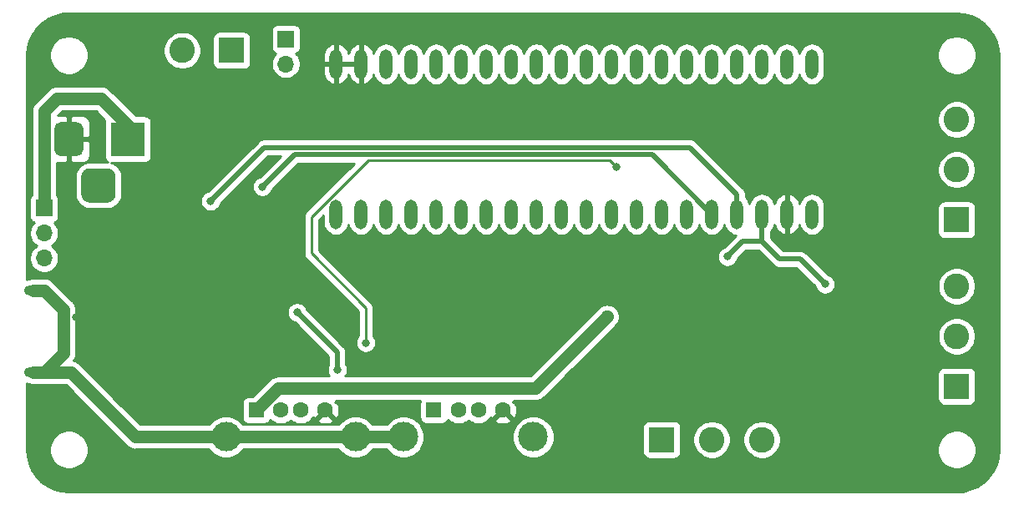
<source format=gbr>
%TF.GenerationSoftware,KiCad,Pcbnew,5.1.6*%
%TF.CreationDate,2020-09-20T16:59:45+02:00*%
%TF.ProjectId,usb_switcher,7573625f-7377-4697-9463-6865722e6b69,rev?*%
%TF.SameCoordinates,Original*%
%TF.FileFunction,Copper,L2,Bot*%
%TF.FilePolarity,Positive*%
%FSLAX46Y46*%
G04 Gerber Fmt 4.6, Leading zero omitted, Abs format (unit mm)*
G04 Created by KiCad (PCBNEW 5.1.6) date 2020-09-20 16:59:45*
%MOMM*%
%LPD*%
G01*
G04 APERTURE LIST*
%TA.AperFunction,ComponentPad*%
%ADD10O,1.250000X1.050000*%
%TD*%
%TA.AperFunction,ComponentPad*%
%ADD11O,1.900000X1.000000*%
%TD*%
%TA.AperFunction,ComponentPad*%
%ADD12O,1.300000X3.000000*%
%TD*%
%TA.AperFunction,ComponentPad*%
%ADD13C,3.000000*%
%TD*%
%TA.AperFunction,ComponentPad*%
%ADD14R,1.600000X1.500000*%
%TD*%
%TA.AperFunction,ComponentPad*%
%ADD15C,1.600000*%
%TD*%
%TA.AperFunction,ComponentPad*%
%ADD16R,1.700000X1.700000*%
%TD*%
%TA.AperFunction,ComponentPad*%
%ADD17O,1.700000X1.700000*%
%TD*%
%TA.AperFunction,ComponentPad*%
%ADD18R,3.500000X3.500000*%
%TD*%
%TA.AperFunction,ComponentPad*%
%ADD19R,2.600000X2.600000*%
%TD*%
%TA.AperFunction,ComponentPad*%
%ADD20C,2.600000*%
%TD*%
%TA.AperFunction,ViaPad*%
%ADD21C,0.800000*%
%TD*%
%TA.AperFunction,ViaPad*%
%ADD22C,1.270000*%
%TD*%
%TA.AperFunction,Conductor*%
%ADD23C,0.508000*%
%TD*%
%TA.AperFunction,Conductor*%
%ADD24C,1.270000*%
%TD*%
%TA.AperFunction,Conductor*%
%ADD25C,0.254000*%
%TD*%
G04 APERTURE END LIST*
D10*
%TO.P,J1,6*%
%TO.N,GNDS*%
X104447800Y-80775000D03*
X104447800Y-85225000D03*
D11*
X101447800Y-78825000D03*
X101447800Y-87175000D03*
%TD*%
D12*
%TO.P,U2,20*%
%TO.N,Net-(U2-Pad20)*%
X180340000Y-71120000D03*
%TO.P,U2,21*%
%TO.N,Net-(U2-Pad21)*%
X180340000Y-55880000D03*
%TO.P,U2,19*%
%TO.N,GND*%
X177800000Y-71120000D03*
%TO.P,U2,22*%
%TO.N,Net-(U2-Pad22)*%
X177800000Y-55880000D03*
%TO.P,U2,18*%
%TO.N,+5V*%
X175260000Y-71120000D03*
%TO.P,U2,23*%
%TO.N,Net-(U2-Pad23)*%
X175260000Y-55872380D03*
%TO.P,U2,17*%
%TO.N,Net-(U2-Pad17)*%
X172720000Y-71120000D03*
%TO.P,U2,24*%
%TO.N,Net-(U2-Pad24)*%
X172720000Y-55880000D03*
%TO.P,U2,16*%
%TO.N,Net-(U2-Pad16)*%
X170180000Y-71120000D03*
%TO.P,U2,25*%
%TO.N,/USB_RELAY*%
X170180000Y-55880000D03*
%TO.P,U2,15*%
%TO.N,Net-(U2-Pad15)*%
X167640000Y-71120000D03*
%TO.P,U2,26*%
%TO.N,/GP_RELAY*%
X167640000Y-55880000D03*
%TO.P,U2,14*%
%TO.N,Net-(U2-Pad14)*%
X165100000Y-71120000D03*
%TO.P,U2,27*%
%TO.N,/^OE*%
X165100000Y-55880000D03*
%TO.P,U2,13*%
%TO.N,Net-(U2-Pad13)*%
X162560000Y-71112380D03*
%TO.P,U2,28*%
%TO.N,/S*%
X162560000Y-55880000D03*
%TO.P,U2,12*%
%TO.N,Net-(U2-Pad12)*%
X160020000Y-71120000D03*
%TO.P,U2,29*%
%TO.N,Net-(U2-Pad29)*%
X160020000Y-55880000D03*
%TO.P,U2,11*%
%TO.N,Net-(U2-Pad11)*%
X157480000Y-71120000D03*
%TO.P,U2,30*%
%TO.N,Net-(U2-Pad30)*%
X157480000Y-55880000D03*
%TO.P,U2,10*%
%TO.N,Net-(U2-Pad10)*%
X154940000Y-71120000D03*
%TO.P,U2,31*%
%TO.N,Net-(U2-Pad31)*%
X154940000Y-55880000D03*
%TO.P,U2,9*%
%TO.N,Net-(U2-Pad9)*%
X152400000Y-71120000D03*
%TO.P,U2,32*%
%TO.N,Net-(U2-Pad32)*%
X152400000Y-55872380D03*
%TO.P,U2,8*%
%TO.N,Net-(U2-Pad8)*%
X149860000Y-71120000D03*
%TO.P,U2,33*%
%TO.N,Net-(U2-Pad33)*%
X149860000Y-55880000D03*
%TO.P,U2,7*%
%TO.N,Net-(U2-Pad7)*%
X147320000Y-71120000D03*
%TO.P,U2,34*%
%TO.N,Net-(U2-Pad34)*%
X147320000Y-55880000D03*
%TO.P,U2,6*%
%TO.N,Net-(U2-Pad6)*%
X144780000Y-71120000D03*
%TO.P,U2,35*%
%TO.N,Net-(U2-Pad35)*%
X144780000Y-55880000D03*
%TO.P,U2,5*%
%TO.N,Net-(U2-Pad5)*%
X142240000Y-71120000D03*
%TO.P,U2,36*%
%TO.N,Net-(U2-Pad36)*%
X142240000Y-55880000D03*
%TO.P,U2,4*%
%TO.N,Net-(U2-Pad4)*%
X139700000Y-71120000D03*
%TO.P,U2,37*%
%TO.N,Net-(U2-Pad37)*%
X139700000Y-55880000D03*
%TO.P,U2,3*%
%TO.N,Net-(U2-Pad3)*%
X137160000Y-71112380D03*
%TO.P,U2,38*%
%TO.N,Net-(U2-Pad38)*%
X137160000Y-55880000D03*
%TO.P,U2,2*%
%TO.N,Net-(U2-Pad2)*%
X134620000Y-71120000D03*
%TO.P,U2,39*%
%TO.N,GND*%
X134620000Y-55872380D03*
%TO.P,U2,1*%
%TO.N,Net-(U2-Pad1)*%
X132080000Y-71120000D03*
%TO.P,U2,40*%
%TO.N,GND*%
X132080000Y-55872380D03*
%TD*%
D13*
%TO.P,J2,5*%
%TO.N,GNDS*%
X120930000Y-93710000D03*
X134070000Y-93710000D03*
D14*
%TO.P,J2,1*%
%TO.N,/VBUS_A*%
X124000000Y-91000000D03*
D15*
%TO.P,J2,2*%
%TO.N,/1D-*%
X126500000Y-91000000D03*
%TO.P,J2,3*%
%TO.N,/1D+*%
X128500000Y-91000000D03*
%TO.P,J2,4*%
%TO.N,GND*%
X131000000Y-91000000D03*
%TD*%
%TO.P,J3,4*%
%TO.N,GND*%
X149000000Y-91000000D03*
%TO.P,J3,3*%
%TO.N,/2D+*%
X146500000Y-91000000D03*
%TO.P,J3,2*%
%TO.N,/2D-*%
X144500000Y-91000000D03*
D14*
%TO.P,J3,1*%
%TO.N,/VBUS_B*%
X142000000Y-91000000D03*
D13*
%TO.P,J3,5*%
%TO.N,GNDS*%
X152070000Y-93710000D03*
X138930000Y-93710000D03*
%TD*%
D16*
%TO.P,J4,1*%
%TO.N,Net-(J4-Pad1)*%
X102500000Y-70500000D03*
D17*
%TO.P,J4,2*%
%TO.N,Net-(F1-Pad1)*%
X102500000Y-73040000D03*
%TO.P,J4,3*%
%TO.N,/VBUS_IN*%
X102500000Y-75580000D03*
%TD*%
D18*
%TO.P,J5,1*%
%TO.N,Net-(J4-Pad1)*%
X111000000Y-63500000D03*
%TO.P,J5,2*%
%TO.N,GND*%
%TA.AperFunction,ComponentPad*%
G36*
G01*
X103500000Y-64500000D02*
X103500000Y-62500000D01*
G75*
G02*
X104250000Y-61750000I750000J0D01*
G01*
X105750000Y-61750000D01*
G75*
G02*
X106500000Y-62500000I0J-750000D01*
G01*
X106500000Y-64500000D01*
G75*
G02*
X105750000Y-65250000I-750000J0D01*
G01*
X104250000Y-65250000D01*
G75*
G02*
X103500000Y-64500000I0J750000D01*
G01*
G37*
%TD.AperFunction*%
%TO.P,J5,3*%
%TO.N,N/C*%
%TA.AperFunction,ComponentPad*%
G36*
G01*
X106250000Y-69075000D02*
X106250000Y-67325000D01*
G75*
G02*
X107125000Y-66450000I875000J0D01*
G01*
X108875000Y-66450000D01*
G75*
G02*
X109750000Y-67325000I0J-875000D01*
G01*
X109750000Y-69075000D01*
G75*
G02*
X108875000Y-69950000I-875000J0D01*
G01*
X107125000Y-69950000D01*
G75*
G02*
X106250000Y-69075000I0J875000D01*
G01*
G37*
%TD.AperFunction*%
%TD*%
D19*
%TO.P,J6,1*%
%TO.N,Net-(J6-Pad1)*%
X165100000Y-93980000D03*
D20*
%TO.P,J6,2*%
%TO.N,Net-(J6-Pad2)*%
X170180000Y-93980000D03*
%TO.P,J6,3*%
%TO.N,Net-(J6-Pad3)*%
X175260000Y-93980000D03*
%TD*%
D16*
%TO.P,J7,1*%
%TO.N,Net-(J10-Pad2)*%
X127000000Y-53340000D03*
D17*
%TO.P,J7,2*%
%TO.N,Net-(J7-Pad2)*%
X127000000Y-55880000D03*
%TD*%
D19*
%TO.P,J8,1*%
%TO.N,Net-(J8-Pad1)*%
X195000000Y-88570000D03*
D20*
%TO.P,J8,2*%
%TO.N,Net-(J8-Pad2)*%
X195000000Y-83490000D03*
%TO.P,J8,3*%
%TO.N,Net-(J8-Pad3)*%
X195000000Y-78410000D03*
%TD*%
%TO.P,J9,3*%
%TO.N,Net-(J9-Pad3)*%
X194996000Y-61519000D03*
%TO.P,J9,2*%
%TO.N,Net-(J9-Pad2)*%
X194996000Y-66599000D03*
D19*
%TO.P,J9,1*%
%TO.N,Net-(J9-Pad1)*%
X194996000Y-71679000D03*
%TD*%
%TO.P,J10,1*%
%TO.N,Net-(J10-Pad1)*%
X121500000Y-54500000D03*
D20*
%TO.P,J10,2*%
%TO.N,Net-(J10-Pad2)*%
X116500000Y-54500000D03*
%TD*%
D21*
%TO.N,+5V*%
X171751976Y-75412800D03*
X181661000Y-78206800D03*
%TO.N,GND*%
X105715000Y-81585000D03*
X115875000Y-91745000D03*
X138735000Y-86665000D03*
X116281400Y-62204800D03*
X120193000Y-65735400D03*
X170053200Y-80569000D03*
X149050000Y-80266800D03*
X125375400Y-73405400D03*
X111240800Y-81799600D03*
X111240800Y-80910600D03*
%TO.N,+3V3*%
X128143200Y-81077000D03*
X132209036Y-86899532D03*
D22*
%TO.N,/VBUS_A*%
X159563000Y-81508800D03*
D21*
%TO.N,/S*%
X135102800Y-84150400D03*
X160477400Y-66294200D03*
%TO.N,Net-(U2-Pad17)*%
X119380200Y-69774000D03*
%TO.N,Net-(U2-Pad16)*%
X124612600Y-68326200D03*
%TD*%
D23*
%TO.N,+5V*%
X175260000Y-73888600D02*
X175260000Y-71120000D01*
X177038200Y-75666800D02*
X175260000Y-73888600D01*
X173276176Y-73888600D02*
X171751976Y-75412800D01*
X175260000Y-73888600D02*
X173276176Y-73888600D01*
X179121000Y-75666800D02*
X177038200Y-75666800D01*
X181661000Y-78206800D02*
X179121000Y-75666800D01*
%TO.N,+3V3*%
X128143200Y-81077000D02*
X132209036Y-85142836D01*
X132209036Y-85142836D02*
X132209036Y-86899532D01*
D24*
%TO.N,/VBUS_A*%
X159563000Y-81508800D02*
X152273200Y-88798600D01*
X126201400Y-88798600D02*
X124000000Y-91000000D01*
X152273200Y-88798600D02*
X126201400Y-88798600D01*
D25*
%TO.N,/S*%
X135102800Y-84150400D02*
X135102800Y-80619800D01*
X135102800Y-80619800D02*
X129565600Y-75082600D01*
X129565600Y-71402700D02*
X135334500Y-65633800D01*
X129565600Y-75082600D02*
X129565600Y-71402700D01*
X135334500Y-65633800D02*
X159359800Y-65633800D01*
X159817000Y-65633800D02*
X160477400Y-66294200D01*
X159359800Y-65633800D02*
X159817000Y-65633800D01*
D24*
%TO.N,GNDS*%
X120930000Y-93710000D02*
X111744000Y-93710000D01*
X105209000Y-87175000D02*
X101447800Y-87175000D01*
X111744000Y-93710000D02*
X105209000Y-87175000D01*
X104447800Y-85225000D02*
X104447800Y-80775000D01*
X134070000Y-93710000D02*
X138930000Y-93710000D01*
X134070000Y-93710000D02*
X120930000Y-93710000D01*
X102497800Y-78825000D02*
X101447800Y-78825000D01*
X104447800Y-80775000D02*
X102497800Y-78825000D01*
X102497800Y-87175000D02*
X104447800Y-85225000D01*
X101447800Y-87175000D02*
X102497800Y-87175000D01*
%TO.N,Net-(J4-Pad1)*%
X102500000Y-60670000D02*
X102500000Y-70500000D01*
X103810000Y-59360000D02*
X102500000Y-60670000D01*
X111000000Y-62105000D02*
X108255000Y-59360000D01*
X108255000Y-59360000D02*
X103810000Y-59360000D01*
X111000000Y-63500000D02*
X111000000Y-62105000D01*
D23*
%TO.N,Net-(U2-Pad17)*%
X119380200Y-69774000D02*
X124809422Y-64344778D01*
X172720000Y-69112000D02*
X172720000Y-71120000D01*
X124809422Y-64344778D02*
X167952778Y-64344778D01*
X167952778Y-64344778D02*
X172720000Y-69112000D01*
%TO.N,Net-(U2-Pad16)*%
X124612600Y-68326200D02*
X127886011Y-65052789D01*
X127886011Y-65052789D02*
X164112789Y-65052789D01*
X164112789Y-65052789D02*
X170180000Y-71120000D01*
%TD*%
D25*
%TO.N,GND*%
G36*
X195754747Y-50805281D02*
G01*
X196485643Y-51005231D01*
X197169575Y-51331450D01*
X197784928Y-51773626D01*
X198312259Y-52317789D01*
X198734886Y-52946726D01*
X199039463Y-53640570D01*
X199217715Y-54383039D01*
X199265000Y-55026949D01*
X199265001Y-94967258D01*
X199194719Y-95754748D01*
X198994769Y-96485643D01*
X198668550Y-97169575D01*
X198226374Y-97784928D01*
X197682211Y-98312259D01*
X197053274Y-98734886D01*
X196359429Y-99039464D01*
X195616961Y-99217714D01*
X194973051Y-99265000D01*
X105032731Y-99265000D01*
X104245252Y-99194719D01*
X103514357Y-98994769D01*
X102830425Y-98668550D01*
X102215072Y-98226374D01*
X101687741Y-97682211D01*
X101265114Y-97053274D01*
X100960536Y-96359429D01*
X100782286Y-95616961D01*
X100734992Y-94972945D01*
X100734948Y-94804495D01*
X103015000Y-94804495D01*
X103015000Y-95195505D01*
X103091282Y-95579003D01*
X103240915Y-95940250D01*
X103458149Y-96265364D01*
X103734636Y-96541851D01*
X104059750Y-96759085D01*
X104420997Y-96908718D01*
X104804495Y-96985000D01*
X105195505Y-96985000D01*
X105579003Y-96908718D01*
X105940250Y-96759085D01*
X106265364Y-96541851D01*
X106541851Y-96265364D01*
X106759085Y-95940250D01*
X106908718Y-95579003D01*
X106985000Y-95195505D01*
X106985000Y-94804495D01*
X106908718Y-94420997D01*
X106759085Y-94059750D01*
X106541851Y-93734636D01*
X106265364Y-93458149D01*
X105940250Y-93240915D01*
X105579003Y-93091282D01*
X105195505Y-93015000D01*
X104804495Y-93015000D01*
X104420997Y-93091282D01*
X104059750Y-93240915D01*
X103734636Y-93458149D01*
X103458149Y-93734636D01*
X103240915Y-94059750D01*
X103091282Y-94420997D01*
X103015000Y-94804495D01*
X100734948Y-94804495D01*
X100733208Y-88280808D01*
X100775301Y-88293577D01*
X100862450Y-88302160D01*
X100959441Y-88354003D01*
X101198837Y-88426623D01*
X101385420Y-88445000D01*
X102435427Y-88445000D01*
X102497800Y-88451143D01*
X102560173Y-88445000D01*
X104682950Y-88445000D01*
X110801868Y-94563920D01*
X110841630Y-94612370D01*
X110890080Y-94652132D01*
X110890083Y-94652135D01*
X110928393Y-94683575D01*
X111035012Y-94771075D01*
X111255641Y-94889003D01*
X111495037Y-94961623D01*
X111744000Y-94986144D01*
X111806380Y-94980000D01*
X119210844Y-94980000D01*
X119271637Y-95070983D01*
X119569017Y-95368363D01*
X119918698Y-95602012D01*
X120307244Y-95762953D01*
X120719721Y-95845000D01*
X121140279Y-95845000D01*
X121552756Y-95762953D01*
X121941302Y-95602012D01*
X122290983Y-95368363D01*
X122588363Y-95070983D01*
X122649156Y-94980000D01*
X132350844Y-94980000D01*
X132411637Y-95070983D01*
X132709017Y-95368363D01*
X133058698Y-95602012D01*
X133447244Y-95762953D01*
X133859721Y-95845000D01*
X134280279Y-95845000D01*
X134692756Y-95762953D01*
X135081302Y-95602012D01*
X135430983Y-95368363D01*
X135728363Y-95070983D01*
X135789156Y-94980000D01*
X137210844Y-94980000D01*
X137271637Y-95070983D01*
X137569017Y-95368363D01*
X137918698Y-95602012D01*
X138307244Y-95762953D01*
X138719721Y-95845000D01*
X139140279Y-95845000D01*
X139552756Y-95762953D01*
X139941302Y-95602012D01*
X140290983Y-95368363D01*
X140588363Y-95070983D01*
X140822012Y-94721302D01*
X140982953Y-94332756D01*
X141065000Y-93920279D01*
X141065000Y-93499721D01*
X149935000Y-93499721D01*
X149935000Y-93920279D01*
X150017047Y-94332756D01*
X150177988Y-94721302D01*
X150411637Y-95070983D01*
X150709017Y-95368363D01*
X151058698Y-95602012D01*
X151447244Y-95762953D01*
X151859721Y-95845000D01*
X152280279Y-95845000D01*
X152692756Y-95762953D01*
X153081302Y-95602012D01*
X153430983Y-95368363D01*
X153728363Y-95070983D01*
X153962012Y-94721302D01*
X154122953Y-94332756D01*
X154205000Y-93920279D01*
X154205000Y-93499721D01*
X154122953Y-93087244D01*
X153962012Y-92698698D01*
X153949519Y-92680000D01*
X163161928Y-92680000D01*
X163161928Y-95280000D01*
X163174188Y-95404482D01*
X163210498Y-95524180D01*
X163269463Y-95634494D01*
X163348815Y-95731185D01*
X163445506Y-95810537D01*
X163555820Y-95869502D01*
X163675518Y-95905812D01*
X163800000Y-95918072D01*
X166400000Y-95918072D01*
X166524482Y-95905812D01*
X166644180Y-95869502D01*
X166754494Y-95810537D01*
X166851185Y-95731185D01*
X166930537Y-95634494D01*
X166989502Y-95524180D01*
X167025812Y-95404482D01*
X167038072Y-95280000D01*
X167038072Y-93789419D01*
X168245000Y-93789419D01*
X168245000Y-94170581D01*
X168319361Y-94544419D01*
X168465225Y-94896566D01*
X168676987Y-95213491D01*
X168946509Y-95483013D01*
X169263434Y-95694775D01*
X169615581Y-95840639D01*
X169989419Y-95915000D01*
X170370581Y-95915000D01*
X170744419Y-95840639D01*
X171096566Y-95694775D01*
X171413491Y-95483013D01*
X171683013Y-95213491D01*
X171894775Y-94896566D01*
X172040639Y-94544419D01*
X172115000Y-94170581D01*
X172115000Y-93789419D01*
X173325000Y-93789419D01*
X173325000Y-94170581D01*
X173399361Y-94544419D01*
X173545225Y-94896566D01*
X173756987Y-95213491D01*
X174026509Y-95483013D01*
X174343434Y-95694775D01*
X174695581Y-95840639D01*
X175069419Y-95915000D01*
X175450581Y-95915000D01*
X175824419Y-95840639D01*
X176176566Y-95694775D01*
X176493491Y-95483013D01*
X176763013Y-95213491D01*
X176974775Y-94896566D01*
X177012912Y-94804495D01*
X193015000Y-94804495D01*
X193015000Y-95195505D01*
X193091282Y-95579003D01*
X193240915Y-95940250D01*
X193458149Y-96265364D01*
X193734636Y-96541851D01*
X194059750Y-96759085D01*
X194420997Y-96908718D01*
X194804495Y-96985000D01*
X195195505Y-96985000D01*
X195579003Y-96908718D01*
X195940250Y-96759085D01*
X196265364Y-96541851D01*
X196541851Y-96265364D01*
X196759085Y-95940250D01*
X196908718Y-95579003D01*
X196985000Y-95195505D01*
X196985000Y-94804495D01*
X196908718Y-94420997D01*
X196759085Y-94059750D01*
X196541851Y-93734636D01*
X196265364Y-93458149D01*
X195940250Y-93240915D01*
X195579003Y-93091282D01*
X195195505Y-93015000D01*
X194804495Y-93015000D01*
X194420997Y-93091282D01*
X194059750Y-93240915D01*
X193734636Y-93458149D01*
X193458149Y-93734636D01*
X193240915Y-94059750D01*
X193091282Y-94420997D01*
X193015000Y-94804495D01*
X177012912Y-94804495D01*
X177120639Y-94544419D01*
X177195000Y-94170581D01*
X177195000Y-93789419D01*
X177120639Y-93415581D01*
X176974775Y-93063434D01*
X176763013Y-92746509D01*
X176493491Y-92476987D01*
X176176566Y-92265225D01*
X175824419Y-92119361D01*
X175450581Y-92045000D01*
X175069419Y-92045000D01*
X174695581Y-92119361D01*
X174343434Y-92265225D01*
X174026509Y-92476987D01*
X173756987Y-92746509D01*
X173545225Y-93063434D01*
X173399361Y-93415581D01*
X173325000Y-93789419D01*
X172115000Y-93789419D01*
X172040639Y-93415581D01*
X171894775Y-93063434D01*
X171683013Y-92746509D01*
X171413491Y-92476987D01*
X171096566Y-92265225D01*
X170744419Y-92119361D01*
X170370581Y-92045000D01*
X169989419Y-92045000D01*
X169615581Y-92119361D01*
X169263434Y-92265225D01*
X168946509Y-92476987D01*
X168676987Y-92746509D01*
X168465225Y-93063434D01*
X168319361Y-93415581D01*
X168245000Y-93789419D01*
X167038072Y-93789419D01*
X167038072Y-92680000D01*
X167025812Y-92555518D01*
X166989502Y-92435820D01*
X166930537Y-92325506D01*
X166851185Y-92228815D01*
X166754494Y-92149463D01*
X166644180Y-92090498D01*
X166524482Y-92054188D01*
X166400000Y-92041928D01*
X163800000Y-92041928D01*
X163675518Y-92054188D01*
X163555820Y-92090498D01*
X163445506Y-92149463D01*
X163348815Y-92228815D01*
X163269463Y-92325506D01*
X163210498Y-92435820D01*
X163174188Y-92555518D01*
X163161928Y-92680000D01*
X153949519Y-92680000D01*
X153728363Y-92349017D01*
X153430983Y-92051637D01*
X153081302Y-91817988D01*
X152692756Y-91657047D01*
X152280279Y-91575000D01*
X151859721Y-91575000D01*
X151447244Y-91657047D01*
X151058698Y-91817988D01*
X150709017Y-92051637D01*
X150411637Y-92349017D01*
X150177988Y-92698698D01*
X150017047Y-93087244D01*
X149935000Y-93499721D01*
X141065000Y-93499721D01*
X140982953Y-93087244D01*
X140822012Y-92698698D01*
X140588363Y-92349017D01*
X140290983Y-92051637D01*
X139941302Y-91817988D01*
X139552756Y-91657047D01*
X139140279Y-91575000D01*
X138719721Y-91575000D01*
X138307244Y-91657047D01*
X137918698Y-91817988D01*
X137569017Y-92051637D01*
X137271637Y-92349017D01*
X137210844Y-92440000D01*
X135789156Y-92440000D01*
X135728363Y-92349017D01*
X135430983Y-92051637D01*
X135081302Y-91817988D01*
X134692756Y-91657047D01*
X134280279Y-91575000D01*
X133859721Y-91575000D01*
X133447244Y-91657047D01*
X133058698Y-91817988D01*
X132709017Y-92051637D01*
X132411637Y-92349017D01*
X132350844Y-92440000D01*
X131071977Y-92440000D01*
X131350130Y-92398787D01*
X131616292Y-92303603D01*
X131741514Y-92236671D01*
X131813097Y-91992702D01*
X131000000Y-91179605D01*
X130186903Y-91992702D01*
X130258486Y-92236671D01*
X130513996Y-92357571D01*
X130788184Y-92426300D01*
X131066110Y-92440000D01*
X122649156Y-92440000D01*
X122588363Y-92349017D01*
X122290983Y-92051637D01*
X121941302Y-91817988D01*
X121552756Y-91657047D01*
X121140279Y-91575000D01*
X120719721Y-91575000D01*
X120307244Y-91657047D01*
X119918698Y-91817988D01*
X119569017Y-92051637D01*
X119271637Y-92349017D01*
X119210844Y-92440000D01*
X112270052Y-92440000D01*
X110080052Y-90250000D01*
X122561928Y-90250000D01*
X122561928Y-91750000D01*
X122574188Y-91874482D01*
X122610498Y-91994180D01*
X122669463Y-92104494D01*
X122748815Y-92201185D01*
X122845506Y-92280537D01*
X122955820Y-92339502D01*
X123075518Y-92375812D01*
X123200000Y-92388072D01*
X124800000Y-92388072D01*
X124924482Y-92375812D01*
X125044180Y-92339502D01*
X125154494Y-92280537D01*
X125251185Y-92201185D01*
X125330537Y-92104494D01*
X125389502Y-91994180D01*
X125407023Y-91936419D01*
X125585241Y-92114637D01*
X125820273Y-92271680D01*
X126081426Y-92379853D01*
X126358665Y-92435000D01*
X126641335Y-92435000D01*
X126918574Y-92379853D01*
X127179727Y-92271680D01*
X127414759Y-92114637D01*
X127500000Y-92029396D01*
X127585241Y-92114637D01*
X127820273Y-92271680D01*
X128081426Y-92379853D01*
X128358665Y-92435000D01*
X128641335Y-92435000D01*
X128918574Y-92379853D01*
X129179727Y-92271680D01*
X129414759Y-92114637D01*
X129614637Y-91914759D01*
X129748692Y-91714131D01*
X129763329Y-91741514D01*
X130007298Y-91813097D01*
X130820395Y-91000000D01*
X130806253Y-90985858D01*
X130985858Y-90806253D01*
X131000000Y-90820395D01*
X131014143Y-90806253D01*
X131193748Y-90985858D01*
X131179605Y-91000000D01*
X131992702Y-91813097D01*
X132236671Y-91741514D01*
X132357571Y-91486004D01*
X132426300Y-91211816D01*
X132440217Y-90929488D01*
X132398787Y-90649870D01*
X132303603Y-90383708D01*
X132236671Y-90258486D01*
X131992704Y-90186903D01*
X132108977Y-90070630D01*
X132106947Y-90068600D01*
X140591454Y-90068600D01*
X140574188Y-90125518D01*
X140561928Y-90250000D01*
X140561928Y-91750000D01*
X140574188Y-91874482D01*
X140610498Y-91994180D01*
X140669463Y-92104494D01*
X140748815Y-92201185D01*
X140845506Y-92280537D01*
X140955820Y-92339502D01*
X141075518Y-92375812D01*
X141200000Y-92388072D01*
X142800000Y-92388072D01*
X142924482Y-92375812D01*
X143044180Y-92339502D01*
X143154494Y-92280537D01*
X143251185Y-92201185D01*
X143330537Y-92104494D01*
X143389502Y-91994180D01*
X143407023Y-91936419D01*
X143585241Y-92114637D01*
X143820273Y-92271680D01*
X144081426Y-92379853D01*
X144358665Y-92435000D01*
X144641335Y-92435000D01*
X144918574Y-92379853D01*
X145179727Y-92271680D01*
X145414759Y-92114637D01*
X145500000Y-92029396D01*
X145585241Y-92114637D01*
X145820273Y-92271680D01*
X146081426Y-92379853D01*
X146358665Y-92435000D01*
X146641335Y-92435000D01*
X146918574Y-92379853D01*
X147179727Y-92271680D01*
X147414759Y-92114637D01*
X147536694Y-91992702D01*
X148186903Y-91992702D01*
X148258486Y-92236671D01*
X148513996Y-92357571D01*
X148788184Y-92426300D01*
X149070512Y-92440217D01*
X149350130Y-92398787D01*
X149616292Y-92303603D01*
X149741514Y-92236671D01*
X149813097Y-91992702D01*
X149000000Y-91179605D01*
X148186903Y-91992702D01*
X147536694Y-91992702D01*
X147614637Y-91914759D01*
X147748692Y-91714131D01*
X147763329Y-91741514D01*
X148007298Y-91813097D01*
X148820395Y-91000000D01*
X148806253Y-90985858D01*
X148985858Y-90806253D01*
X149000000Y-90820395D01*
X149014143Y-90806253D01*
X149193748Y-90985858D01*
X149179605Y-91000000D01*
X149992702Y-91813097D01*
X150236671Y-91741514D01*
X150357571Y-91486004D01*
X150426300Y-91211816D01*
X150440217Y-90929488D01*
X150398787Y-90649870D01*
X150303603Y-90383708D01*
X150236671Y-90258486D01*
X149992704Y-90186903D01*
X150108977Y-90070630D01*
X150106947Y-90068600D01*
X152210827Y-90068600D01*
X152273200Y-90074743D01*
X152335573Y-90068600D01*
X152335580Y-90068600D01*
X152522163Y-90050223D01*
X152761559Y-89977603D01*
X152982188Y-89859675D01*
X153175570Y-89700970D01*
X153215341Y-89652509D01*
X155597850Y-87270000D01*
X193061928Y-87270000D01*
X193061928Y-89870000D01*
X193074188Y-89994482D01*
X193110498Y-90114180D01*
X193169463Y-90224494D01*
X193248815Y-90321185D01*
X193345506Y-90400537D01*
X193455820Y-90459502D01*
X193575518Y-90495812D01*
X193700000Y-90508072D01*
X196300000Y-90508072D01*
X196424482Y-90495812D01*
X196544180Y-90459502D01*
X196654494Y-90400537D01*
X196751185Y-90321185D01*
X196830537Y-90224494D01*
X196889502Y-90114180D01*
X196925812Y-89994482D01*
X196938072Y-89870000D01*
X196938072Y-87270000D01*
X196925812Y-87145518D01*
X196889502Y-87025820D01*
X196830537Y-86915506D01*
X196751185Y-86818815D01*
X196654494Y-86739463D01*
X196544180Y-86680498D01*
X196424482Y-86644188D01*
X196300000Y-86631928D01*
X193700000Y-86631928D01*
X193575518Y-86644188D01*
X193455820Y-86680498D01*
X193345506Y-86739463D01*
X193248815Y-86818815D01*
X193169463Y-86915506D01*
X193110498Y-87025820D01*
X193074188Y-87145518D01*
X193061928Y-87270000D01*
X155597850Y-87270000D01*
X159568431Y-83299419D01*
X193065000Y-83299419D01*
X193065000Y-83680581D01*
X193139361Y-84054419D01*
X193285225Y-84406566D01*
X193496987Y-84723491D01*
X193766509Y-84993013D01*
X194083434Y-85204775D01*
X194435581Y-85350639D01*
X194809419Y-85425000D01*
X195190581Y-85425000D01*
X195564419Y-85350639D01*
X195916566Y-85204775D01*
X196233491Y-84993013D01*
X196503013Y-84723491D01*
X196714775Y-84406566D01*
X196860639Y-84054419D01*
X196935000Y-83680581D01*
X196935000Y-83299419D01*
X196860639Y-82925581D01*
X196714775Y-82573434D01*
X196503013Y-82256509D01*
X196233491Y-81986987D01*
X195916566Y-81775225D01*
X195564419Y-81629361D01*
X195190581Y-81555000D01*
X194809419Y-81555000D01*
X194435581Y-81629361D01*
X194083434Y-81775225D01*
X193766509Y-81986987D01*
X193496987Y-82256509D01*
X193285225Y-82573434D01*
X193139361Y-82925581D01*
X193065000Y-83299419D01*
X159568431Y-83299419D01*
X160505134Y-82362717D01*
X160549473Y-82318378D01*
X160584311Y-82266240D01*
X160624074Y-82217788D01*
X160653620Y-82162511D01*
X160688459Y-82110371D01*
X160712457Y-82052434D01*
X160742002Y-81997160D01*
X160760196Y-81937184D01*
X160784195Y-81879245D01*
X160796429Y-81817742D01*
X160814623Y-81757764D01*
X160820766Y-81695387D01*
X160833000Y-81633884D01*
X160833000Y-81571174D01*
X160839143Y-81508801D01*
X160833000Y-81446428D01*
X160833000Y-81383716D01*
X160820766Y-81322212D01*
X160814623Y-81259837D01*
X160796429Y-81199861D01*
X160784195Y-81138355D01*
X160760195Y-81080413D01*
X160742002Y-81020441D01*
X160712459Y-80965170D01*
X160688459Y-80907229D01*
X160653618Y-80855085D01*
X160624074Y-80799813D01*
X160584313Y-80751364D01*
X160549473Y-80699222D01*
X160505134Y-80654883D01*
X160465370Y-80606430D01*
X160416917Y-80566666D01*
X160372578Y-80522327D01*
X160320436Y-80487487D01*
X160271987Y-80447726D01*
X160216715Y-80418182D01*
X160164571Y-80383341D01*
X160106630Y-80359341D01*
X160051359Y-80329798D01*
X159991387Y-80311605D01*
X159933445Y-80287605D01*
X159871939Y-80275371D01*
X159811963Y-80257177D01*
X159749588Y-80251034D01*
X159688084Y-80238800D01*
X159625372Y-80238800D01*
X159562999Y-80232657D01*
X159500626Y-80238800D01*
X159437916Y-80238800D01*
X159376413Y-80251034D01*
X159314036Y-80257177D01*
X159254058Y-80275371D01*
X159192555Y-80287605D01*
X159134616Y-80311604D01*
X159074640Y-80329798D01*
X159019366Y-80359343D01*
X158961429Y-80383341D01*
X158909289Y-80418180D01*
X158854012Y-80447726D01*
X158805560Y-80487489D01*
X158753422Y-80522327D01*
X158709083Y-80566666D01*
X151747150Y-87528600D01*
X133033490Y-87528600D01*
X133126241Y-87389788D01*
X133204262Y-87201430D01*
X133244036Y-87001471D01*
X133244036Y-86797593D01*
X133204262Y-86597634D01*
X133126241Y-86409276D01*
X133098036Y-86367064D01*
X133098036Y-85186495D01*
X133102336Y-85142835D01*
X133098036Y-85099170D01*
X133098036Y-85099169D01*
X133088032Y-84997600D01*
X133085172Y-84968560D01*
X133040419Y-84821029D01*
X133034339Y-84800985D01*
X132951789Y-84646545D01*
X132840695Y-84511177D01*
X132806773Y-84483338D01*
X129148330Y-80824895D01*
X129138426Y-80775102D01*
X129060405Y-80586744D01*
X128947137Y-80417226D01*
X128802974Y-80273063D01*
X128633456Y-80159795D01*
X128445098Y-80081774D01*
X128245139Y-80042000D01*
X128041261Y-80042000D01*
X127841302Y-80081774D01*
X127652944Y-80159795D01*
X127483426Y-80273063D01*
X127339263Y-80417226D01*
X127225995Y-80586744D01*
X127147974Y-80775102D01*
X127108200Y-80975061D01*
X127108200Y-81178939D01*
X127147974Y-81378898D01*
X127225995Y-81567256D01*
X127339263Y-81736774D01*
X127483426Y-81880937D01*
X127652944Y-81994205D01*
X127841302Y-82072226D01*
X127891095Y-82082130D01*
X131320036Y-85511071D01*
X131320037Y-86367063D01*
X131291831Y-86409276D01*
X131213810Y-86597634D01*
X131174036Y-86797593D01*
X131174036Y-87001471D01*
X131213810Y-87201430D01*
X131291831Y-87389788D01*
X131384582Y-87528600D01*
X126263780Y-87528600D01*
X126201400Y-87522456D01*
X126139020Y-87528600D01*
X125952437Y-87546977D01*
X125713041Y-87619597D01*
X125492412Y-87737525D01*
X125405779Y-87808623D01*
X125347483Y-87856465D01*
X125347480Y-87856468D01*
X125299030Y-87896230D01*
X125259268Y-87944680D01*
X123592022Y-89611928D01*
X123200000Y-89611928D01*
X123075518Y-89624188D01*
X122955820Y-89660498D01*
X122845506Y-89719463D01*
X122748815Y-89798815D01*
X122669463Y-89895506D01*
X122610498Y-90005820D01*
X122574188Y-90125518D01*
X122561928Y-90250000D01*
X110080052Y-90250000D01*
X106151141Y-86321091D01*
X106111370Y-86272630D01*
X105917988Y-86113925D01*
X105697359Y-85995997D01*
X105505699Y-85937858D01*
X105508875Y-85933988D01*
X105626803Y-85713359D01*
X105695489Y-85486932D01*
X105699423Y-85473964D01*
X105706689Y-85400193D01*
X105717800Y-85287380D01*
X105717800Y-85287374D01*
X105723943Y-85225001D01*
X105717800Y-85162628D01*
X105717800Y-80837372D01*
X105723943Y-80774999D01*
X105717800Y-80712626D01*
X105717800Y-80712620D01*
X105699423Y-80526037D01*
X105696111Y-80515117D01*
X105666500Y-80417505D01*
X105626803Y-80286641D01*
X105508875Y-80066012D01*
X105350170Y-79872630D01*
X105301714Y-79832863D01*
X103439941Y-77971091D01*
X103400170Y-77922630D01*
X103206788Y-77763925D01*
X102986159Y-77645997D01*
X102746763Y-77573377D01*
X102560180Y-77555000D01*
X102560173Y-77555000D01*
X102497800Y-77548857D01*
X102435427Y-77555000D01*
X101385420Y-77555000D01*
X101198837Y-77573377D01*
X100959441Y-77645997D01*
X100862450Y-77697840D01*
X100775301Y-77706423D01*
X100732938Y-77719274D01*
X100733670Y-69650000D01*
X101011928Y-69650000D01*
X101011928Y-71350000D01*
X101024188Y-71474482D01*
X101060498Y-71594180D01*
X101119463Y-71704494D01*
X101198815Y-71801185D01*
X101295506Y-71880537D01*
X101405820Y-71939502D01*
X101478380Y-71961513D01*
X101346525Y-72093368D01*
X101184010Y-72336589D01*
X101072068Y-72606842D01*
X101015000Y-72893740D01*
X101015000Y-73186260D01*
X101072068Y-73473158D01*
X101184010Y-73743411D01*
X101346525Y-73986632D01*
X101553368Y-74193475D01*
X101727760Y-74310000D01*
X101553368Y-74426525D01*
X101346525Y-74633368D01*
X101184010Y-74876589D01*
X101072068Y-75146842D01*
X101015000Y-75433740D01*
X101015000Y-75726260D01*
X101072068Y-76013158D01*
X101184010Y-76283411D01*
X101346525Y-76526632D01*
X101553368Y-76733475D01*
X101796589Y-76895990D01*
X102066842Y-77007932D01*
X102353740Y-77065000D01*
X102646260Y-77065000D01*
X102933158Y-77007932D01*
X103203411Y-76895990D01*
X103446632Y-76733475D01*
X103653475Y-76526632D01*
X103815990Y-76283411D01*
X103927932Y-76013158D01*
X103985000Y-75726260D01*
X103985000Y-75433740D01*
X103927932Y-75146842D01*
X103815990Y-74876589D01*
X103653475Y-74633368D01*
X103446632Y-74426525D01*
X103272240Y-74310000D01*
X103446632Y-74193475D01*
X103653475Y-73986632D01*
X103815990Y-73743411D01*
X103927932Y-73473158D01*
X103985000Y-73186260D01*
X103985000Y-72893740D01*
X103927932Y-72606842D01*
X103815990Y-72336589D01*
X103653475Y-72093368D01*
X103521620Y-71961513D01*
X103594180Y-71939502D01*
X103704494Y-71880537D01*
X103801185Y-71801185D01*
X103880537Y-71704494D01*
X103939502Y-71594180D01*
X103975812Y-71474482D01*
X103988072Y-71350000D01*
X103988072Y-69650000D01*
X103975812Y-69525518D01*
X103939502Y-69405820D01*
X103880537Y-69295506D01*
X103801185Y-69198815D01*
X103770000Y-69173222D01*
X103770000Y-65887389D01*
X104714250Y-65885000D01*
X104873000Y-65726250D01*
X104873000Y-63627000D01*
X105127000Y-63627000D01*
X105127000Y-65726250D01*
X105285750Y-65885000D01*
X106500000Y-65888072D01*
X106624482Y-65875812D01*
X106744180Y-65839502D01*
X106854494Y-65780537D01*
X106951185Y-65701185D01*
X107030537Y-65604494D01*
X107089502Y-65494180D01*
X107125812Y-65374482D01*
X107138072Y-65250000D01*
X107135000Y-63785750D01*
X106976250Y-63627000D01*
X105127000Y-63627000D01*
X104873000Y-63627000D01*
X104853000Y-63627000D01*
X104853000Y-63373000D01*
X104873000Y-63373000D01*
X104873000Y-61273750D01*
X105127000Y-61273750D01*
X105127000Y-63373000D01*
X106976250Y-63373000D01*
X107135000Y-63214250D01*
X107138072Y-61750000D01*
X107125812Y-61625518D01*
X107089502Y-61505820D01*
X107030537Y-61395506D01*
X106951185Y-61298815D01*
X106854494Y-61219463D01*
X106744180Y-61160498D01*
X106624482Y-61124188D01*
X106500000Y-61111928D01*
X105285750Y-61115000D01*
X105127000Y-61273750D01*
X104873000Y-61273750D01*
X104714250Y-61115000D01*
X103853229Y-61112822D01*
X104336051Y-60630000D01*
X107728950Y-60630000D01*
X108647528Y-61548578D01*
X108624188Y-61625518D01*
X108611928Y-61750000D01*
X108611928Y-65250000D01*
X108624188Y-65374482D01*
X108660498Y-65494180D01*
X108719463Y-65604494D01*
X108798815Y-65701185D01*
X108895506Y-65780537D01*
X108972131Y-65821494D01*
X108875000Y-65811928D01*
X107125000Y-65811928D01*
X106829814Y-65841001D01*
X106545972Y-65927104D01*
X106284382Y-66066927D01*
X106055097Y-66255097D01*
X105866927Y-66484382D01*
X105727104Y-66745972D01*
X105641001Y-67029814D01*
X105611928Y-67325000D01*
X105611928Y-69075000D01*
X105641001Y-69370186D01*
X105727104Y-69654028D01*
X105866927Y-69915618D01*
X106055097Y-70144903D01*
X106284382Y-70333073D01*
X106545972Y-70472896D01*
X106829814Y-70558999D01*
X107125000Y-70588072D01*
X108875000Y-70588072D01*
X109170186Y-70558999D01*
X109454028Y-70472896D01*
X109715618Y-70333073D01*
X109944903Y-70144903D01*
X110133073Y-69915618D01*
X110263257Y-69672061D01*
X118345200Y-69672061D01*
X118345200Y-69875939D01*
X118384974Y-70075898D01*
X118462995Y-70264256D01*
X118576263Y-70433774D01*
X118720426Y-70577937D01*
X118889944Y-70691205D01*
X119078302Y-70769226D01*
X119278261Y-70809000D01*
X119482139Y-70809000D01*
X119682098Y-70769226D01*
X119870456Y-70691205D01*
X120039974Y-70577937D01*
X120184137Y-70433774D01*
X120297405Y-70264256D01*
X120375426Y-70075898D01*
X120385330Y-70026105D01*
X125177657Y-65233778D01*
X126447787Y-65233778D01*
X124360495Y-67321070D01*
X124310702Y-67330974D01*
X124122344Y-67408995D01*
X123952826Y-67522263D01*
X123808663Y-67666426D01*
X123695395Y-67835944D01*
X123617374Y-68024302D01*
X123577600Y-68224261D01*
X123577600Y-68428139D01*
X123617374Y-68628098D01*
X123695395Y-68816456D01*
X123808663Y-68985974D01*
X123952826Y-69130137D01*
X124122344Y-69243405D01*
X124310702Y-69321426D01*
X124510661Y-69361200D01*
X124714539Y-69361200D01*
X124914498Y-69321426D01*
X125102856Y-69243405D01*
X125272374Y-69130137D01*
X125416537Y-68985974D01*
X125529805Y-68816456D01*
X125607826Y-68628098D01*
X125617730Y-68578305D01*
X128254246Y-65941789D01*
X133948881Y-65941789D01*
X129053249Y-70837421D01*
X129024179Y-70861278D01*
X129000322Y-70890348D01*
X129000321Y-70890349D01*
X128928955Y-70977308D01*
X128858199Y-71109685D01*
X128814627Y-71253322D01*
X128799914Y-71402700D01*
X128803601Y-71440133D01*
X128803600Y-75045177D01*
X128799914Y-75082600D01*
X128803600Y-75120023D01*
X128803600Y-75120025D01*
X128814626Y-75231977D01*
X128858198Y-75375614D01*
X128889267Y-75433740D01*
X128928955Y-75507992D01*
X128968583Y-75556278D01*
X129024178Y-75624022D01*
X129053254Y-75647884D01*
X134340801Y-80935432D01*
X134340800Y-83448689D01*
X134298863Y-83490626D01*
X134185595Y-83660144D01*
X134107574Y-83848502D01*
X134067800Y-84048461D01*
X134067800Y-84252339D01*
X134107574Y-84452298D01*
X134185595Y-84640656D01*
X134298863Y-84810174D01*
X134443026Y-84954337D01*
X134612544Y-85067605D01*
X134800902Y-85145626D01*
X135000861Y-85185400D01*
X135204739Y-85185400D01*
X135404698Y-85145626D01*
X135593056Y-85067605D01*
X135762574Y-84954337D01*
X135906737Y-84810174D01*
X136020005Y-84640656D01*
X136098026Y-84452298D01*
X136137800Y-84252339D01*
X136137800Y-84048461D01*
X136098026Y-83848502D01*
X136020005Y-83660144D01*
X135906737Y-83490626D01*
X135864800Y-83448689D01*
X135864800Y-80657222D01*
X135868486Y-80619799D01*
X135864240Y-80576687D01*
X135853774Y-80470422D01*
X135810202Y-80326785D01*
X135806330Y-80319540D01*
X135789260Y-80287605D01*
X135739445Y-80194408D01*
X135644222Y-80078378D01*
X135615152Y-80054521D01*
X130327600Y-74766970D01*
X130327600Y-71718330D01*
X130795000Y-71250930D01*
X130795000Y-72033123D01*
X130813594Y-72221904D01*
X130887072Y-72464127D01*
X131006393Y-72687362D01*
X131166973Y-72883028D01*
X131362639Y-73043608D01*
X131585874Y-73162929D01*
X131828097Y-73236407D01*
X132080000Y-73261217D01*
X132331904Y-73236407D01*
X132574127Y-73162929D01*
X132797362Y-73043608D01*
X132993028Y-72883028D01*
X133153608Y-72687362D01*
X133272929Y-72464127D01*
X133346407Y-72221904D01*
X133350000Y-72185419D01*
X133353594Y-72221904D01*
X133427072Y-72464127D01*
X133546393Y-72687362D01*
X133706973Y-72883028D01*
X133902639Y-73043608D01*
X134125874Y-73162929D01*
X134368097Y-73236407D01*
X134620000Y-73261217D01*
X134871904Y-73236407D01*
X135114127Y-73162929D01*
X135337362Y-73043608D01*
X135533028Y-72883028D01*
X135693608Y-72687362D01*
X135812929Y-72464127D01*
X135886407Y-72221904D01*
X135890376Y-72181609D01*
X135893594Y-72214284D01*
X135967072Y-72456507D01*
X136086393Y-72679742D01*
X136246973Y-72875408D01*
X136442639Y-73035988D01*
X136665874Y-73155309D01*
X136908097Y-73228787D01*
X137160000Y-73253597D01*
X137411904Y-73228787D01*
X137654127Y-73155309D01*
X137877362Y-73035988D01*
X138073028Y-72875408D01*
X138233608Y-72679742D01*
X138352929Y-72456507D01*
X138426407Y-72214284D01*
X138429625Y-72181609D01*
X138433594Y-72221904D01*
X138507072Y-72464127D01*
X138626393Y-72687362D01*
X138786973Y-72883028D01*
X138982639Y-73043608D01*
X139205874Y-73162929D01*
X139448097Y-73236407D01*
X139700000Y-73261217D01*
X139951904Y-73236407D01*
X140194127Y-73162929D01*
X140417362Y-73043608D01*
X140613028Y-72883028D01*
X140773608Y-72687362D01*
X140892929Y-72464127D01*
X140966407Y-72221904D01*
X140970000Y-72185419D01*
X140973594Y-72221904D01*
X141047072Y-72464127D01*
X141166393Y-72687362D01*
X141326973Y-72883028D01*
X141522639Y-73043608D01*
X141745874Y-73162929D01*
X141988097Y-73236407D01*
X142240000Y-73261217D01*
X142491904Y-73236407D01*
X142734127Y-73162929D01*
X142957362Y-73043608D01*
X143153028Y-72883028D01*
X143313608Y-72687362D01*
X143432929Y-72464127D01*
X143506407Y-72221904D01*
X143510000Y-72185419D01*
X143513594Y-72221904D01*
X143587072Y-72464127D01*
X143706393Y-72687362D01*
X143866973Y-72883028D01*
X144062639Y-73043608D01*
X144285874Y-73162929D01*
X144528097Y-73236407D01*
X144780000Y-73261217D01*
X145031904Y-73236407D01*
X145274127Y-73162929D01*
X145497362Y-73043608D01*
X145693028Y-72883028D01*
X145853608Y-72687362D01*
X145972929Y-72464127D01*
X146046407Y-72221904D01*
X146050000Y-72185419D01*
X146053594Y-72221904D01*
X146127072Y-72464127D01*
X146246393Y-72687362D01*
X146406973Y-72883028D01*
X146602639Y-73043608D01*
X146825874Y-73162929D01*
X147068097Y-73236407D01*
X147320000Y-73261217D01*
X147571904Y-73236407D01*
X147814127Y-73162929D01*
X148037362Y-73043608D01*
X148233028Y-72883028D01*
X148393608Y-72687362D01*
X148512929Y-72464127D01*
X148586407Y-72221904D01*
X148590000Y-72185419D01*
X148593594Y-72221904D01*
X148667072Y-72464127D01*
X148786393Y-72687362D01*
X148946973Y-72883028D01*
X149142639Y-73043608D01*
X149365874Y-73162929D01*
X149608097Y-73236407D01*
X149860000Y-73261217D01*
X150111904Y-73236407D01*
X150354127Y-73162929D01*
X150577362Y-73043608D01*
X150773028Y-72883028D01*
X150933608Y-72687362D01*
X151052929Y-72464127D01*
X151126407Y-72221904D01*
X151130000Y-72185419D01*
X151133594Y-72221904D01*
X151207072Y-72464127D01*
X151326393Y-72687362D01*
X151486973Y-72883028D01*
X151682639Y-73043608D01*
X151905874Y-73162929D01*
X152148097Y-73236407D01*
X152400000Y-73261217D01*
X152651904Y-73236407D01*
X152894127Y-73162929D01*
X153117362Y-73043608D01*
X153313028Y-72883028D01*
X153473608Y-72687362D01*
X153592929Y-72464127D01*
X153666407Y-72221904D01*
X153670000Y-72185419D01*
X153673594Y-72221904D01*
X153747072Y-72464127D01*
X153866393Y-72687362D01*
X154026973Y-72883028D01*
X154222639Y-73043608D01*
X154445874Y-73162929D01*
X154688097Y-73236407D01*
X154940000Y-73261217D01*
X155191904Y-73236407D01*
X155434127Y-73162929D01*
X155657362Y-73043608D01*
X155853028Y-72883028D01*
X156013608Y-72687362D01*
X156132929Y-72464127D01*
X156206407Y-72221904D01*
X156210000Y-72185419D01*
X156213594Y-72221904D01*
X156287072Y-72464127D01*
X156406393Y-72687362D01*
X156566973Y-72883028D01*
X156762639Y-73043608D01*
X156985874Y-73162929D01*
X157228097Y-73236407D01*
X157480000Y-73261217D01*
X157731904Y-73236407D01*
X157974127Y-73162929D01*
X158197362Y-73043608D01*
X158393028Y-72883028D01*
X158553608Y-72687362D01*
X158672929Y-72464127D01*
X158746407Y-72221904D01*
X158750000Y-72185419D01*
X158753594Y-72221904D01*
X158827072Y-72464127D01*
X158946393Y-72687362D01*
X159106973Y-72883028D01*
X159302639Y-73043608D01*
X159525874Y-73162929D01*
X159768097Y-73236407D01*
X160020000Y-73261217D01*
X160271904Y-73236407D01*
X160514127Y-73162929D01*
X160737362Y-73043608D01*
X160933028Y-72883028D01*
X161093608Y-72687362D01*
X161212929Y-72464127D01*
X161286407Y-72221904D01*
X161290376Y-72181609D01*
X161293594Y-72214284D01*
X161367072Y-72456507D01*
X161486393Y-72679742D01*
X161646973Y-72875408D01*
X161842639Y-73035988D01*
X162065874Y-73155309D01*
X162308097Y-73228787D01*
X162560000Y-73253597D01*
X162811904Y-73228787D01*
X163054127Y-73155309D01*
X163277362Y-73035988D01*
X163473028Y-72875408D01*
X163633608Y-72679742D01*
X163752929Y-72456507D01*
X163826407Y-72214284D01*
X163829625Y-72181609D01*
X163833594Y-72221904D01*
X163907072Y-72464127D01*
X164026393Y-72687362D01*
X164186973Y-72883028D01*
X164382639Y-73043608D01*
X164605874Y-73162929D01*
X164848097Y-73236407D01*
X165100000Y-73261217D01*
X165351904Y-73236407D01*
X165594127Y-73162929D01*
X165817362Y-73043608D01*
X166013028Y-72883028D01*
X166173608Y-72687362D01*
X166292929Y-72464127D01*
X166366407Y-72221904D01*
X166370000Y-72185419D01*
X166373594Y-72221904D01*
X166447072Y-72464127D01*
X166566393Y-72687362D01*
X166726973Y-72883028D01*
X166922639Y-73043608D01*
X167145874Y-73162929D01*
X167388097Y-73236407D01*
X167640000Y-73261217D01*
X167891904Y-73236407D01*
X168134127Y-73162929D01*
X168357362Y-73043608D01*
X168553028Y-72883028D01*
X168713608Y-72687362D01*
X168832929Y-72464127D01*
X168906407Y-72221904D01*
X168910000Y-72185419D01*
X168913594Y-72221904D01*
X168987072Y-72464127D01*
X169106393Y-72687362D01*
X169266973Y-72883028D01*
X169462639Y-73043608D01*
X169685874Y-73162929D01*
X169928097Y-73236407D01*
X170180000Y-73261217D01*
X170431904Y-73236407D01*
X170674127Y-73162929D01*
X170897362Y-73043608D01*
X171093028Y-72883028D01*
X171253608Y-72687362D01*
X171372929Y-72464127D01*
X171446407Y-72221904D01*
X171450000Y-72185419D01*
X171453594Y-72221904D01*
X171527072Y-72464127D01*
X171646393Y-72687362D01*
X171806973Y-72883028D01*
X172002639Y-73043608D01*
X172225874Y-73162929D01*
X172468097Y-73236407D01*
X172647953Y-73254121D01*
X172644517Y-73256941D01*
X172616677Y-73290864D01*
X171499871Y-74407670D01*
X171450078Y-74417574D01*
X171261720Y-74495595D01*
X171092202Y-74608863D01*
X170948039Y-74753026D01*
X170834771Y-74922544D01*
X170756750Y-75110902D01*
X170716976Y-75310861D01*
X170716976Y-75514739D01*
X170756750Y-75714698D01*
X170834771Y-75903056D01*
X170948039Y-76072574D01*
X171092202Y-76216737D01*
X171261720Y-76330005D01*
X171450078Y-76408026D01*
X171650037Y-76447800D01*
X171853915Y-76447800D01*
X172053874Y-76408026D01*
X172242232Y-76330005D01*
X172411750Y-76216737D01*
X172555913Y-76072574D01*
X172669181Y-75903056D01*
X172747202Y-75714698D01*
X172757106Y-75664905D01*
X173644411Y-74777600D01*
X174891765Y-74777600D01*
X176378704Y-76264540D01*
X176406541Y-76298459D01*
X176541909Y-76409553D01*
X176696349Y-76492103D01*
X176810178Y-76526632D01*
X176863925Y-76542936D01*
X177038200Y-76560101D01*
X177081868Y-76555800D01*
X178752765Y-76555800D01*
X180655870Y-78458906D01*
X180665774Y-78508698D01*
X180743795Y-78697056D01*
X180857063Y-78866574D01*
X181001226Y-79010737D01*
X181170744Y-79124005D01*
X181359102Y-79202026D01*
X181559061Y-79241800D01*
X181762939Y-79241800D01*
X181962898Y-79202026D01*
X182151256Y-79124005D01*
X182320774Y-79010737D01*
X182464937Y-78866574D01*
X182578205Y-78697056D01*
X182656226Y-78508698D01*
X182696000Y-78308739D01*
X182696000Y-78219419D01*
X193065000Y-78219419D01*
X193065000Y-78600581D01*
X193139361Y-78974419D01*
X193285225Y-79326566D01*
X193496987Y-79643491D01*
X193766509Y-79913013D01*
X194083434Y-80124775D01*
X194435581Y-80270639D01*
X194809419Y-80345000D01*
X195190581Y-80345000D01*
X195564419Y-80270639D01*
X195916566Y-80124775D01*
X196233491Y-79913013D01*
X196503013Y-79643491D01*
X196714775Y-79326566D01*
X196860639Y-78974419D01*
X196935000Y-78600581D01*
X196935000Y-78219419D01*
X196860639Y-77845581D01*
X196714775Y-77493434D01*
X196503013Y-77176509D01*
X196233491Y-76906987D01*
X195916566Y-76695225D01*
X195564419Y-76549361D01*
X195190581Y-76475000D01*
X194809419Y-76475000D01*
X194435581Y-76549361D01*
X194083434Y-76695225D01*
X193766509Y-76906987D01*
X193496987Y-77176509D01*
X193285225Y-77493434D01*
X193139361Y-77845581D01*
X193065000Y-78219419D01*
X182696000Y-78219419D01*
X182696000Y-78104861D01*
X182656226Y-77904902D01*
X182578205Y-77716544D01*
X182464937Y-77547026D01*
X182320774Y-77402863D01*
X182151256Y-77289595D01*
X181962898Y-77211574D01*
X181913106Y-77201670D01*
X179780499Y-75069064D01*
X179752659Y-75035141D01*
X179617291Y-74924047D01*
X179462851Y-74841497D01*
X179295274Y-74790664D01*
X179164667Y-74777800D01*
X179164660Y-74777800D01*
X179121000Y-74773500D01*
X179077340Y-74777800D01*
X177406436Y-74777800D01*
X176149000Y-73520365D01*
X176149000Y-72902747D01*
X176173028Y-72883028D01*
X176333608Y-72687362D01*
X176452929Y-72464127D01*
X176526407Y-72221904D01*
X176530866Y-72176626D01*
X176564467Y-72345251D01*
X176661415Y-72579081D01*
X176802118Y-72789505D01*
X176981170Y-72968436D01*
X177191689Y-73108997D01*
X177425585Y-73205787D01*
X177474529Y-73213099D01*
X177673000Y-73089067D01*
X177673000Y-71247000D01*
X177653000Y-71247000D01*
X177653000Y-70993000D01*
X177673000Y-70993000D01*
X177673000Y-69150933D01*
X177927000Y-69150933D01*
X177927000Y-70993000D01*
X177947000Y-70993000D01*
X177947000Y-71247000D01*
X177927000Y-71247000D01*
X177927000Y-73089067D01*
X178125471Y-73213099D01*
X178174415Y-73205787D01*
X178408311Y-73108997D01*
X178618830Y-72968436D01*
X178797882Y-72789505D01*
X178938585Y-72579081D01*
X179035533Y-72345251D01*
X179069134Y-72176623D01*
X179073594Y-72221904D01*
X179147072Y-72464127D01*
X179266393Y-72687362D01*
X179426973Y-72883028D01*
X179622639Y-73043608D01*
X179845874Y-73162929D01*
X180088097Y-73236407D01*
X180340000Y-73261217D01*
X180591904Y-73236407D01*
X180834127Y-73162929D01*
X181057362Y-73043608D01*
X181253028Y-72883028D01*
X181413608Y-72687362D01*
X181532929Y-72464127D01*
X181606407Y-72221904D01*
X181625000Y-72033123D01*
X181625000Y-70379000D01*
X193057928Y-70379000D01*
X193057928Y-72979000D01*
X193070188Y-73103482D01*
X193106498Y-73223180D01*
X193165463Y-73333494D01*
X193244815Y-73430185D01*
X193341506Y-73509537D01*
X193451820Y-73568502D01*
X193571518Y-73604812D01*
X193696000Y-73617072D01*
X196296000Y-73617072D01*
X196420482Y-73604812D01*
X196540180Y-73568502D01*
X196650494Y-73509537D01*
X196747185Y-73430185D01*
X196826537Y-73333494D01*
X196885502Y-73223180D01*
X196921812Y-73103482D01*
X196934072Y-72979000D01*
X196934072Y-70379000D01*
X196921812Y-70254518D01*
X196885502Y-70134820D01*
X196826537Y-70024506D01*
X196747185Y-69927815D01*
X196650494Y-69848463D01*
X196540180Y-69789498D01*
X196420482Y-69753188D01*
X196296000Y-69740928D01*
X193696000Y-69740928D01*
X193571518Y-69753188D01*
X193451820Y-69789498D01*
X193341506Y-69848463D01*
X193244815Y-69927815D01*
X193165463Y-70024506D01*
X193106498Y-70134820D01*
X193070188Y-70254518D01*
X193057928Y-70379000D01*
X181625000Y-70379000D01*
X181625000Y-70206877D01*
X181606407Y-70018096D01*
X181532929Y-69775873D01*
X181413608Y-69552638D01*
X181253028Y-69356972D01*
X181057361Y-69196392D01*
X180834126Y-69077071D01*
X180591903Y-69003593D01*
X180340000Y-68978783D01*
X180088096Y-69003593D01*
X179845873Y-69077071D01*
X179622638Y-69196392D01*
X179426972Y-69356972D01*
X179266392Y-69552639D01*
X179147071Y-69775874D01*
X179073593Y-70018097D01*
X179069134Y-70063374D01*
X179035533Y-69894749D01*
X178938585Y-69660919D01*
X178797882Y-69450495D01*
X178618830Y-69271564D01*
X178408311Y-69131003D01*
X178174415Y-69034213D01*
X178125471Y-69026901D01*
X177927000Y-69150933D01*
X177673000Y-69150933D01*
X177474529Y-69026901D01*
X177425585Y-69034213D01*
X177191689Y-69131003D01*
X176981170Y-69271564D01*
X176802118Y-69450495D01*
X176661415Y-69660919D01*
X176564467Y-69894749D01*
X176530866Y-70063374D01*
X176526407Y-70018096D01*
X176452929Y-69775873D01*
X176333608Y-69552638D01*
X176173028Y-69356972D01*
X175977361Y-69196392D01*
X175754126Y-69077071D01*
X175511903Y-69003593D01*
X175260000Y-68978783D01*
X175008096Y-69003593D01*
X174765873Y-69077071D01*
X174542638Y-69196392D01*
X174346972Y-69356972D01*
X174186392Y-69552639D01*
X174067071Y-69775874D01*
X173993593Y-70018097D01*
X173990000Y-70054577D01*
X173986407Y-70018096D01*
X173912929Y-69775873D01*
X173793608Y-69552638D01*
X173633028Y-69356972D01*
X173609000Y-69337253D01*
X173609000Y-69155659D01*
X173613300Y-69111999D01*
X173609000Y-69068339D01*
X173609000Y-69068333D01*
X173596136Y-68937726D01*
X173545303Y-68770149D01*
X173462753Y-68615709D01*
X173351659Y-68480341D01*
X173317743Y-68452507D01*
X171273655Y-66408419D01*
X193061000Y-66408419D01*
X193061000Y-66789581D01*
X193135361Y-67163419D01*
X193281225Y-67515566D01*
X193492987Y-67832491D01*
X193762509Y-68102013D01*
X194079434Y-68313775D01*
X194431581Y-68459639D01*
X194805419Y-68534000D01*
X195186581Y-68534000D01*
X195560419Y-68459639D01*
X195912566Y-68313775D01*
X196229491Y-68102013D01*
X196499013Y-67832491D01*
X196710775Y-67515566D01*
X196856639Y-67163419D01*
X196931000Y-66789581D01*
X196931000Y-66408419D01*
X196856639Y-66034581D01*
X196710775Y-65682434D01*
X196499013Y-65365509D01*
X196229491Y-65095987D01*
X195912566Y-64884225D01*
X195560419Y-64738361D01*
X195186581Y-64664000D01*
X194805419Y-64664000D01*
X194431581Y-64738361D01*
X194079434Y-64884225D01*
X193762509Y-65095987D01*
X193492987Y-65365509D01*
X193281225Y-65682434D01*
X193135361Y-66034581D01*
X193061000Y-66408419D01*
X171273655Y-66408419D01*
X168612277Y-63747042D01*
X168584437Y-63713119D01*
X168449069Y-63602025D01*
X168294629Y-63519475D01*
X168127052Y-63468642D01*
X167996445Y-63455778D01*
X167996438Y-63455778D01*
X167952778Y-63451478D01*
X167909118Y-63455778D01*
X124853081Y-63455778D01*
X124809421Y-63451478D01*
X124765761Y-63455778D01*
X124765755Y-63455778D01*
X124668346Y-63465372D01*
X124635146Y-63468642D01*
X124533480Y-63499482D01*
X124467571Y-63519475D01*
X124313131Y-63602025D01*
X124177763Y-63713119D01*
X124149923Y-63747042D01*
X119128095Y-68768870D01*
X119078302Y-68778774D01*
X118889944Y-68856795D01*
X118720426Y-68970063D01*
X118576263Y-69114226D01*
X118462995Y-69283744D01*
X118384974Y-69472102D01*
X118345200Y-69672061D01*
X110263257Y-69672061D01*
X110272896Y-69654028D01*
X110358999Y-69370186D01*
X110388072Y-69075000D01*
X110388072Y-67325000D01*
X110358999Y-67029814D01*
X110272896Y-66745972D01*
X110133073Y-66484382D01*
X109944903Y-66255097D01*
X109715618Y-66066927D01*
X109454028Y-65927104D01*
X109325357Y-65888072D01*
X112750000Y-65888072D01*
X112874482Y-65875812D01*
X112994180Y-65839502D01*
X113104494Y-65780537D01*
X113201185Y-65701185D01*
X113280537Y-65604494D01*
X113339502Y-65494180D01*
X113375812Y-65374482D01*
X113388072Y-65250000D01*
X113388072Y-61750000D01*
X113375812Y-61625518D01*
X113339502Y-61505820D01*
X113280537Y-61395506D01*
X113225481Y-61328419D01*
X193061000Y-61328419D01*
X193061000Y-61709581D01*
X193135361Y-62083419D01*
X193281225Y-62435566D01*
X193492987Y-62752491D01*
X193762509Y-63022013D01*
X194079434Y-63233775D01*
X194431581Y-63379639D01*
X194805419Y-63454000D01*
X195186581Y-63454000D01*
X195560419Y-63379639D01*
X195912566Y-63233775D01*
X196229491Y-63022013D01*
X196499013Y-62752491D01*
X196710775Y-62435566D01*
X196856639Y-62083419D01*
X196931000Y-61709581D01*
X196931000Y-61328419D01*
X196856639Y-60954581D01*
X196710775Y-60602434D01*
X196499013Y-60285509D01*
X196229491Y-60015987D01*
X195912566Y-59804225D01*
X195560419Y-59658361D01*
X195186581Y-59584000D01*
X194805419Y-59584000D01*
X194431581Y-59658361D01*
X194079434Y-59804225D01*
X193762509Y-60015987D01*
X193492987Y-60285509D01*
X193281225Y-60602434D01*
X193135361Y-60954581D01*
X193061000Y-61328419D01*
X113225481Y-61328419D01*
X113201185Y-61298815D01*
X113104494Y-61219463D01*
X112994180Y-61160498D01*
X112874482Y-61124188D01*
X112750000Y-61111928D01*
X111802979Y-61111928D01*
X109197141Y-58506091D01*
X109157370Y-58457630D01*
X108963988Y-58298925D01*
X108743359Y-58180997D01*
X108503963Y-58108377D01*
X108317380Y-58090000D01*
X108317373Y-58090000D01*
X108255000Y-58083857D01*
X108192627Y-58090000D01*
X103872380Y-58090000D01*
X103810000Y-58083856D01*
X103747620Y-58090000D01*
X103561037Y-58108377D01*
X103321641Y-58180997D01*
X103101012Y-58298925D01*
X103006086Y-58376829D01*
X102956083Y-58417865D01*
X102956082Y-58417866D01*
X102907630Y-58457630D01*
X102867867Y-58506081D01*
X101646091Y-59727859D01*
X101597630Y-59767630D01*
X101438925Y-59961013D01*
X101320997Y-60181642D01*
X101248377Y-60421038D01*
X101230000Y-60607621D01*
X101230000Y-60607627D01*
X101223857Y-60670000D01*
X101230000Y-60732373D01*
X101230001Y-69173222D01*
X101198815Y-69198815D01*
X101119463Y-69295506D01*
X101060498Y-69405820D01*
X101024188Y-69525518D01*
X101011928Y-69650000D01*
X100733670Y-69650000D01*
X100734997Y-55032767D01*
X100755369Y-54804495D01*
X103015000Y-54804495D01*
X103015000Y-55195505D01*
X103091282Y-55579003D01*
X103240915Y-55940250D01*
X103458149Y-56265364D01*
X103734636Y-56541851D01*
X104059750Y-56759085D01*
X104420997Y-56908718D01*
X104804495Y-56985000D01*
X105195505Y-56985000D01*
X105579003Y-56908718D01*
X105940250Y-56759085D01*
X106265364Y-56541851D01*
X106541851Y-56265364D01*
X106759085Y-55940250D01*
X106908718Y-55579003D01*
X106985000Y-55195505D01*
X106985000Y-54804495D01*
X106908718Y-54420997D01*
X106862502Y-54309419D01*
X114565000Y-54309419D01*
X114565000Y-54690581D01*
X114639361Y-55064419D01*
X114785225Y-55416566D01*
X114996987Y-55733491D01*
X115266509Y-56003013D01*
X115583434Y-56214775D01*
X115935581Y-56360639D01*
X116309419Y-56435000D01*
X116690581Y-56435000D01*
X117064419Y-56360639D01*
X117416566Y-56214775D01*
X117733491Y-56003013D01*
X118003013Y-55733491D01*
X118214775Y-55416566D01*
X118360639Y-55064419D01*
X118435000Y-54690581D01*
X118435000Y-54309419D01*
X118360639Y-53935581D01*
X118214775Y-53583434D01*
X118003013Y-53266509D01*
X117936504Y-53200000D01*
X119561928Y-53200000D01*
X119561928Y-55800000D01*
X119574188Y-55924482D01*
X119610498Y-56044180D01*
X119669463Y-56154494D01*
X119748815Y-56251185D01*
X119845506Y-56330537D01*
X119955820Y-56389502D01*
X120075518Y-56425812D01*
X120200000Y-56438072D01*
X122800000Y-56438072D01*
X122924482Y-56425812D01*
X123044180Y-56389502D01*
X123154494Y-56330537D01*
X123251185Y-56251185D01*
X123330537Y-56154494D01*
X123389502Y-56044180D01*
X123425812Y-55924482D01*
X123438072Y-55800000D01*
X123438072Y-53200000D01*
X123425812Y-53075518D01*
X123389502Y-52955820D01*
X123330537Y-52845506D01*
X123251185Y-52748815D01*
X123154494Y-52669463D01*
X123044180Y-52610498D01*
X122924482Y-52574188D01*
X122800000Y-52561928D01*
X120200000Y-52561928D01*
X120075518Y-52574188D01*
X119955820Y-52610498D01*
X119845506Y-52669463D01*
X119748815Y-52748815D01*
X119669463Y-52845506D01*
X119610498Y-52955820D01*
X119574188Y-53075518D01*
X119561928Y-53200000D01*
X117936504Y-53200000D01*
X117733491Y-52996987D01*
X117416566Y-52785225D01*
X117064419Y-52639361D01*
X116690581Y-52565000D01*
X116309419Y-52565000D01*
X115935581Y-52639361D01*
X115583434Y-52785225D01*
X115266509Y-52996987D01*
X114996987Y-53266509D01*
X114785225Y-53583434D01*
X114639361Y-53935581D01*
X114565000Y-54309419D01*
X106862502Y-54309419D01*
X106759085Y-54059750D01*
X106541851Y-53734636D01*
X106265364Y-53458149D01*
X105940250Y-53240915D01*
X105579003Y-53091282D01*
X105195505Y-53015000D01*
X104804495Y-53015000D01*
X104420997Y-53091282D01*
X104059750Y-53240915D01*
X103734636Y-53458149D01*
X103458149Y-53734636D01*
X103240915Y-54059750D01*
X103091282Y-54420997D01*
X103015000Y-54804495D01*
X100755369Y-54804495D01*
X100805281Y-54245253D01*
X101005231Y-53514357D01*
X101331450Y-52830425D01*
X101576070Y-52490000D01*
X125511928Y-52490000D01*
X125511928Y-54190000D01*
X125524188Y-54314482D01*
X125560498Y-54434180D01*
X125619463Y-54544494D01*
X125698815Y-54641185D01*
X125795506Y-54720537D01*
X125905820Y-54779502D01*
X125978380Y-54801513D01*
X125846525Y-54933368D01*
X125684010Y-55176589D01*
X125572068Y-55446842D01*
X125515000Y-55733740D01*
X125515000Y-56026260D01*
X125572068Y-56313158D01*
X125684010Y-56583411D01*
X125846525Y-56826632D01*
X126053368Y-57033475D01*
X126296589Y-57195990D01*
X126566842Y-57307932D01*
X126853740Y-57365000D01*
X127146260Y-57365000D01*
X127433158Y-57307932D01*
X127703411Y-57195990D01*
X127946632Y-57033475D01*
X128153475Y-56826632D01*
X128315990Y-56583411D01*
X128427932Y-56313158D01*
X128485000Y-56026260D01*
X128485000Y-55999380D01*
X130795000Y-55999380D01*
X130795000Y-56849380D01*
X130844467Y-57097631D01*
X130941415Y-57331461D01*
X131082118Y-57541885D01*
X131261170Y-57720816D01*
X131471689Y-57861377D01*
X131705585Y-57958167D01*
X131754529Y-57965479D01*
X131953000Y-57841447D01*
X131953000Y-55999380D01*
X132207000Y-55999380D01*
X132207000Y-57841447D01*
X132405471Y-57965479D01*
X132454415Y-57958167D01*
X132688311Y-57861377D01*
X132898830Y-57720816D01*
X133077882Y-57541885D01*
X133218585Y-57331461D01*
X133315533Y-57097631D01*
X133350000Y-56924658D01*
X133384467Y-57097631D01*
X133481415Y-57331461D01*
X133622118Y-57541885D01*
X133801170Y-57720816D01*
X134011689Y-57861377D01*
X134245585Y-57958167D01*
X134294529Y-57965479D01*
X134493000Y-57841447D01*
X134493000Y-55999380D01*
X132207000Y-55999380D01*
X131953000Y-55999380D01*
X130795000Y-55999380D01*
X128485000Y-55999380D01*
X128485000Y-55733740D01*
X128427932Y-55446842D01*
X128315990Y-55176589D01*
X128153475Y-54933368D01*
X128115487Y-54895380D01*
X130795000Y-54895380D01*
X130795000Y-55745380D01*
X131953000Y-55745380D01*
X131953000Y-53903313D01*
X132207000Y-53903313D01*
X132207000Y-55745380D01*
X134493000Y-55745380D01*
X134493000Y-53903313D01*
X134747000Y-53903313D01*
X134747000Y-55745380D01*
X134767000Y-55745380D01*
X134767000Y-55999380D01*
X134747000Y-55999380D01*
X134747000Y-57841447D01*
X134945471Y-57965479D01*
X134994415Y-57958167D01*
X135228311Y-57861377D01*
X135438830Y-57720816D01*
X135617882Y-57541885D01*
X135758585Y-57331461D01*
X135855533Y-57097631D01*
X135888632Y-56931524D01*
X135893594Y-56981904D01*
X135967072Y-57224127D01*
X136086393Y-57447362D01*
X136246973Y-57643028D01*
X136442639Y-57803608D01*
X136665874Y-57922929D01*
X136908097Y-57996407D01*
X137160000Y-58021217D01*
X137411904Y-57996407D01*
X137654127Y-57922929D01*
X137877362Y-57803608D01*
X138073028Y-57643028D01*
X138233608Y-57447362D01*
X138352929Y-57224127D01*
X138426407Y-56981904D01*
X138430000Y-56945419D01*
X138433594Y-56981904D01*
X138507072Y-57224127D01*
X138626393Y-57447362D01*
X138786973Y-57643028D01*
X138982639Y-57803608D01*
X139205874Y-57922929D01*
X139448097Y-57996407D01*
X139700000Y-58021217D01*
X139951904Y-57996407D01*
X140194127Y-57922929D01*
X140417362Y-57803608D01*
X140613028Y-57643028D01*
X140773608Y-57447362D01*
X140892929Y-57224127D01*
X140966407Y-56981904D01*
X140970000Y-56945419D01*
X140973594Y-56981904D01*
X141047072Y-57224127D01*
X141166393Y-57447362D01*
X141326973Y-57643028D01*
X141522639Y-57803608D01*
X141745874Y-57922929D01*
X141988097Y-57996407D01*
X142240000Y-58021217D01*
X142491904Y-57996407D01*
X142734127Y-57922929D01*
X142957362Y-57803608D01*
X143153028Y-57643028D01*
X143313608Y-57447362D01*
X143432929Y-57224127D01*
X143506407Y-56981904D01*
X143510000Y-56945419D01*
X143513594Y-56981904D01*
X143587072Y-57224127D01*
X143706393Y-57447362D01*
X143866973Y-57643028D01*
X144062639Y-57803608D01*
X144285874Y-57922929D01*
X144528097Y-57996407D01*
X144780000Y-58021217D01*
X145031904Y-57996407D01*
X145274127Y-57922929D01*
X145497362Y-57803608D01*
X145693028Y-57643028D01*
X145853608Y-57447362D01*
X145972929Y-57224127D01*
X146046407Y-56981904D01*
X146050000Y-56945419D01*
X146053594Y-56981904D01*
X146127072Y-57224127D01*
X146246393Y-57447362D01*
X146406973Y-57643028D01*
X146602639Y-57803608D01*
X146825874Y-57922929D01*
X147068097Y-57996407D01*
X147320000Y-58021217D01*
X147571904Y-57996407D01*
X147814127Y-57922929D01*
X148037362Y-57803608D01*
X148233028Y-57643028D01*
X148393608Y-57447362D01*
X148512929Y-57224127D01*
X148586407Y-56981904D01*
X148590000Y-56945419D01*
X148593594Y-56981904D01*
X148667072Y-57224127D01*
X148786393Y-57447362D01*
X148946973Y-57643028D01*
X149142639Y-57803608D01*
X149365874Y-57922929D01*
X149608097Y-57996407D01*
X149860000Y-58021217D01*
X150111904Y-57996407D01*
X150354127Y-57922929D01*
X150577362Y-57803608D01*
X150773028Y-57643028D01*
X150933608Y-57447362D01*
X151052929Y-57224127D01*
X151126407Y-56981904D01*
X151130376Y-56941609D01*
X151133594Y-56974284D01*
X151207072Y-57216507D01*
X151326393Y-57439742D01*
X151486973Y-57635408D01*
X151682639Y-57795988D01*
X151905874Y-57915309D01*
X152148097Y-57988787D01*
X152400000Y-58013597D01*
X152651904Y-57988787D01*
X152894127Y-57915309D01*
X153117362Y-57795988D01*
X153313028Y-57635408D01*
X153473608Y-57439742D01*
X153592929Y-57216507D01*
X153666407Y-56974284D01*
X153669625Y-56941609D01*
X153673594Y-56981904D01*
X153747072Y-57224127D01*
X153866393Y-57447362D01*
X154026973Y-57643028D01*
X154222639Y-57803608D01*
X154445874Y-57922929D01*
X154688097Y-57996407D01*
X154940000Y-58021217D01*
X155191904Y-57996407D01*
X155434127Y-57922929D01*
X155657362Y-57803608D01*
X155853028Y-57643028D01*
X156013608Y-57447362D01*
X156132929Y-57224127D01*
X156206407Y-56981904D01*
X156210000Y-56945419D01*
X156213594Y-56981904D01*
X156287072Y-57224127D01*
X156406393Y-57447362D01*
X156566973Y-57643028D01*
X156762639Y-57803608D01*
X156985874Y-57922929D01*
X157228097Y-57996407D01*
X157480000Y-58021217D01*
X157731904Y-57996407D01*
X157974127Y-57922929D01*
X158197362Y-57803608D01*
X158393028Y-57643028D01*
X158553608Y-57447362D01*
X158672929Y-57224127D01*
X158746407Y-56981904D01*
X158750000Y-56945419D01*
X158753594Y-56981904D01*
X158827072Y-57224127D01*
X158946393Y-57447362D01*
X159106973Y-57643028D01*
X159302639Y-57803608D01*
X159525874Y-57922929D01*
X159768097Y-57996407D01*
X160020000Y-58021217D01*
X160271904Y-57996407D01*
X160514127Y-57922929D01*
X160737362Y-57803608D01*
X160933028Y-57643028D01*
X161093608Y-57447362D01*
X161212929Y-57224127D01*
X161286407Y-56981904D01*
X161290000Y-56945419D01*
X161293594Y-56981904D01*
X161367072Y-57224127D01*
X161486393Y-57447362D01*
X161646973Y-57643028D01*
X161842639Y-57803608D01*
X162065874Y-57922929D01*
X162308097Y-57996407D01*
X162560000Y-58021217D01*
X162811904Y-57996407D01*
X163054127Y-57922929D01*
X163277362Y-57803608D01*
X163473028Y-57643028D01*
X163633608Y-57447362D01*
X163752929Y-57224127D01*
X163826407Y-56981904D01*
X163830000Y-56945419D01*
X163833594Y-56981904D01*
X163907072Y-57224127D01*
X164026393Y-57447362D01*
X164186973Y-57643028D01*
X164382639Y-57803608D01*
X164605874Y-57922929D01*
X164848097Y-57996407D01*
X165100000Y-58021217D01*
X165351904Y-57996407D01*
X165594127Y-57922929D01*
X165817362Y-57803608D01*
X166013028Y-57643028D01*
X166173608Y-57447362D01*
X166292929Y-57224127D01*
X166366407Y-56981904D01*
X166370000Y-56945419D01*
X166373594Y-56981904D01*
X166447072Y-57224127D01*
X166566393Y-57447362D01*
X166726973Y-57643028D01*
X166922639Y-57803608D01*
X167145874Y-57922929D01*
X167388097Y-57996407D01*
X167640000Y-58021217D01*
X167891904Y-57996407D01*
X168134127Y-57922929D01*
X168357362Y-57803608D01*
X168553028Y-57643028D01*
X168713608Y-57447362D01*
X168832929Y-57224127D01*
X168906407Y-56981904D01*
X168910000Y-56945419D01*
X168913594Y-56981904D01*
X168987072Y-57224127D01*
X169106393Y-57447362D01*
X169266973Y-57643028D01*
X169462639Y-57803608D01*
X169685874Y-57922929D01*
X169928097Y-57996407D01*
X170180000Y-58021217D01*
X170431904Y-57996407D01*
X170674127Y-57922929D01*
X170897362Y-57803608D01*
X171093028Y-57643028D01*
X171253608Y-57447362D01*
X171372929Y-57224127D01*
X171446407Y-56981904D01*
X171450000Y-56945419D01*
X171453594Y-56981904D01*
X171527072Y-57224127D01*
X171646393Y-57447362D01*
X171806973Y-57643028D01*
X172002639Y-57803608D01*
X172225874Y-57922929D01*
X172468097Y-57996407D01*
X172720000Y-58021217D01*
X172971904Y-57996407D01*
X173214127Y-57922929D01*
X173437362Y-57803608D01*
X173633028Y-57643028D01*
X173793608Y-57447362D01*
X173912929Y-57224127D01*
X173986407Y-56981904D01*
X173990376Y-56941609D01*
X173993594Y-56974284D01*
X174067072Y-57216507D01*
X174186393Y-57439742D01*
X174346973Y-57635408D01*
X174542639Y-57795988D01*
X174765874Y-57915309D01*
X175008097Y-57988787D01*
X175260000Y-58013597D01*
X175511904Y-57988787D01*
X175754127Y-57915309D01*
X175977362Y-57795988D01*
X176173028Y-57635408D01*
X176333608Y-57439742D01*
X176452929Y-57216507D01*
X176526407Y-56974284D01*
X176529625Y-56941609D01*
X176533594Y-56981904D01*
X176607072Y-57224127D01*
X176726393Y-57447362D01*
X176886973Y-57643028D01*
X177082639Y-57803608D01*
X177305874Y-57922929D01*
X177548097Y-57996407D01*
X177800000Y-58021217D01*
X178051904Y-57996407D01*
X178294127Y-57922929D01*
X178517362Y-57803608D01*
X178713028Y-57643028D01*
X178873608Y-57447362D01*
X178992929Y-57224127D01*
X179066407Y-56981904D01*
X179070000Y-56945419D01*
X179073594Y-56981904D01*
X179147072Y-57224127D01*
X179266393Y-57447362D01*
X179426973Y-57643028D01*
X179622639Y-57803608D01*
X179845874Y-57922929D01*
X180088097Y-57996407D01*
X180340000Y-58021217D01*
X180591904Y-57996407D01*
X180834127Y-57922929D01*
X181057362Y-57803608D01*
X181253028Y-57643028D01*
X181413608Y-57447362D01*
X181532929Y-57224127D01*
X181606407Y-56981904D01*
X181625000Y-56793123D01*
X181625000Y-54966877D01*
X181609008Y-54804495D01*
X193015000Y-54804495D01*
X193015000Y-55195505D01*
X193091282Y-55579003D01*
X193240915Y-55940250D01*
X193458149Y-56265364D01*
X193734636Y-56541851D01*
X194059750Y-56759085D01*
X194420997Y-56908718D01*
X194804495Y-56985000D01*
X195195505Y-56985000D01*
X195579003Y-56908718D01*
X195940250Y-56759085D01*
X196265364Y-56541851D01*
X196541851Y-56265364D01*
X196759085Y-55940250D01*
X196908718Y-55579003D01*
X196985000Y-55195505D01*
X196985000Y-54804495D01*
X196908718Y-54420997D01*
X196759085Y-54059750D01*
X196541851Y-53734636D01*
X196265364Y-53458149D01*
X195940250Y-53240915D01*
X195579003Y-53091282D01*
X195195505Y-53015000D01*
X194804495Y-53015000D01*
X194420997Y-53091282D01*
X194059750Y-53240915D01*
X193734636Y-53458149D01*
X193458149Y-53734636D01*
X193240915Y-54059750D01*
X193091282Y-54420997D01*
X193015000Y-54804495D01*
X181609008Y-54804495D01*
X181606407Y-54778096D01*
X181532929Y-54535873D01*
X181413608Y-54312638D01*
X181253028Y-54116972D01*
X181057361Y-53956392D01*
X180834126Y-53837071D01*
X180591903Y-53763593D01*
X180340000Y-53738783D01*
X180088096Y-53763593D01*
X179845873Y-53837071D01*
X179622638Y-53956392D01*
X179426972Y-54116972D01*
X179266392Y-54312639D01*
X179147071Y-54535874D01*
X179073593Y-54778097D01*
X179070000Y-54814577D01*
X179066407Y-54778096D01*
X178992929Y-54535873D01*
X178873608Y-54312638D01*
X178713028Y-54116972D01*
X178517361Y-53956392D01*
X178294126Y-53837071D01*
X178051903Y-53763593D01*
X177800000Y-53738783D01*
X177548096Y-53763593D01*
X177305873Y-53837071D01*
X177082638Y-53956392D01*
X176886972Y-54116972D01*
X176726392Y-54312639D01*
X176607071Y-54535874D01*
X176533593Y-54778097D01*
X176530375Y-54810767D01*
X176526407Y-54770476D01*
X176452929Y-54528253D01*
X176333608Y-54305018D01*
X176173028Y-54109352D01*
X175977361Y-53948772D01*
X175754126Y-53829451D01*
X175511903Y-53755973D01*
X175260000Y-53731163D01*
X175008096Y-53755973D01*
X174765873Y-53829451D01*
X174542638Y-53948772D01*
X174346972Y-54109352D01*
X174186392Y-54305019D01*
X174067071Y-54528254D01*
X173993593Y-54770477D01*
X173989625Y-54810767D01*
X173986407Y-54778096D01*
X173912929Y-54535873D01*
X173793608Y-54312638D01*
X173633028Y-54116972D01*
X173437361Y-53956392D01*
X173214126Y-53837071D01*
X172971903Y-53763593D01*
X172720000Y-53738783D01*
X172468096Y-53763593D01*
X172225873Y-53837071D01*
X172002638Y-53956392D01*
X171806972Y-54116972D01*
X171646392Y-54312639D01*
X171527071Y-54535874D01*
X171453593Y-54778097D01*
X171450000Y-54814577D01*
X171446407Y-54778096D01*
X171372929Y-54535873D01*
X171253608Y-54312638D01*
X171093028Y-54116972D01*
X170897361Y-53956392D01*
X170674126Y-53837071D01*
X170431903Y-53763593D01*
X170180000Y-53738783D01*
X169928096Y-53763593D01*
X169685873Y-53837071D01*
X169462638Y-53956392D01*
X169266972Y-54116972D01*
X169106392Y-54312639D01*
X168987071Y-54535874D01*
X168913593Y-54778097D01*
X168910000Y-54814577D01*
X168906407Y-54778096D01*
X168832929Y-54535873D01*
X168713608Y-54312638D01*
X168553028Y-54116972D01*
X168357361Y-53956392D01*
X168134126Y-53837071D01*
X167891903Y-53763593D01*
X167640000Y-53738783D01*
X167388096Y-53763593D01*
X167145873Y-53837071D01*
X166922638Y-53956392D01*
X166726972Y-54116972D01*
X166566392Y-54312639D01*
X166447071Y-54535874D01*
X166373593Y-54778097D01*
X166370000Y-54814577D01*
X166366407Y-54778096D01*
X166292929Y-54535873D01*
X166173608Y-54312638D01*
X166013028Y-54116972D01*
X165817361Y-53956392D01*
X165594126Y-53837071D01*
X165351903Y-53763593D01*
X165100000Y-53738783D01*
X164848096Y-53763593D01*
X164605873Y-53837071D01*
X164382638Y-53956392D01*
X164186972Y-54116972D01*
X164026392Y-54312639D01*
X163907071Y-54535874D01*
X163833593Y-54778097D01*
X163830000Y-54814577D01*
X163826407Y-54778096D01*
X163752929Y-54535873D01*
X163633608Y-54312638D01*
X163473028Y-54116972D01*
X163277361Y-53956392D01*
X163054126Y-53837071D01*
X162811903Y-53763593D01*
X162560000Y-53738783D01*
X162308096Y-53763593D01*
X162065873Y-53837071D01*
X161842638Y-53956392D01*
X161646972Y-54116972D01*
X161486392Y-54312639D01*
X161367071Y-54535874D01*
X161293593Y-54778097D01*
X161290000Y-54814577D01*
X161286407Y-54778096D01*
X161212929Y-54535873D01*
X161093608Y-54312638D01*
X160933028Y-54116972D01*
X160737361Y-53956392D01*
X160514126Y-53837071D01*
X160271903Y-53763593D01*
X160020000Y-53738783D01*
X159768096Y-53763593D01*
X159525873Y-53837071D01*
X159302638Y-53956392D01*
X159106972Y-54116972D01*
X158946392Y-54312639D01*
X158827071Y-54535874D01*
X158753593Y-54778097D01*
X158750000Y-54814577D01*
X158746407Y-54778096D01*
X158672929Y-54535873D01*
X158553608Y-54312638D01*
X158393028Y-54116972D01*
X158197361Y-53956392D01*
X157974126Y-53837071D01*
X157731903Y-53763593D01*
X157480000Y-53738783D01*
X157228096Y-53763593D01*
X156985873Y-53837071D01*
X156762638Y-53956392D01*
X156566972Y-54116972D01*
X156406392Y-54312639D01*
X156287071Y-54535874D01*
X156213593Y-54778097D01*
X156210000Y-54814577D01*
X156206407Y-54778096D01*
X156132929Y-54535873D01*
X156013608Y-54312638D01*
X155853028Y-54116972D01*
X155657361Y-53956392D01*
X155434126Y-53837071D01*
X155191903Y-53763593D01*
X154940000Y-53738783D01*
X154688096Y-53763593D01*
X154445873Y-53837071D01*
X154222638Y-53956392D01*
X154026972Y-54116972D01*
X153866392Y-54312639D01*
X153747071Y-54535874D01*
X153673593Y-54778097D01*
X153670375Y-54810767D01*
X153666407Y-54770476D01*
X153592929Y-54528253D01*
X153473608Y-54305018D01*
X153313028Y-54109352D01*
X153117361Y-53948772D01*
X152894126Y-53829451D01*
X152651903Y-53755973D01*
X152400000Y-53731163D01*
X152148096Y-53755973D01*
X151905873Y-53829451D01*
X151682638Y-53948772D01*
X151486972Y-54109352D01*
X151326392Y-54305019D01*
X151207071Y-54528254D01*
X151133593Y-54770477D01*
X151129625Y-54810767D01*
X151126407Y-54778096D01*
X151052929Y-54535873D01*
X150933608Y-54312638D01*
X150773028Y-54116972D01*
X150577361Y-53956392D01*
X150354126Y-53837071D01*
X150111903Y-53763593D01*
X149860000Y-53738783D01*
X149608096Y-53763593D01*
X149365873Y-53837071D01*
X149142638Y-53956392D01*
X148946972Y-54116972D01*
X148786392Y-54312639D01*
X148667071Y-54535874D01*
X148593593Y-54778097D01*
X148590000Y-54814577D01*
X148586407Y-54778096D01*
X148512929Y-54535873D01*
X148393608Y-54312638D01*
X148233028Y-54116972D01*
X148037361Y-53956392D01*
X147814126Y-53837071D01*
X147571903Y-53763593D01*
X147320000Y-53738783D01*
X147068096Y-53763593D01*
X146825873Y-53837071D01*
X146602638Y-53956392D01*
X146406972Y-54116972D01*
X146246392Y-54312639D01*
X146127071Y-54535874D01*
X146053593Y-54778097D01*
X146050000Y-54814577D01*
X146046407Y-54778096D01*
X145972929Y-54535873D01*
X145853608Y-54312638D01*
X145693028Y-54116972D01*
X145497361Y-53956392D01*
X145274126Y-53837071D01*
X145031903Y-53763593D01*
X144780000Y-53738783D01*
X144528096Y-53763593D01*
X144285873Y-53837071D01*
X144062638Y-53956392D01*
X143866972Y-54116972D01*
X143706392Y-54312639D01*
X143587071Y-54535874D01*
X143513593Y-54778097D01*
X143510000Y-54814577D01*
X143506407Y-54778096D01*
X143432929Y-54535873D01*
X143313608Y-54312638D01*
X143153028Y-54116972D01*
X142957361Y-53956392D01*
X142734126Y-53837071D01*
X142491903Y-53763593D01*
X142240000Y-53738783D01*
X141988096Y-53763593D01*
X141745873Y-53837071D01*
X141522638Y-53956392D01*
X141326972Y-54116972D01*
X141166392Y-54312639D01*
X141047071Y-54535874D01*
X140973593Y-54778097D01*
X140970000Y-54814577D01*
X140966407Y-54778096D01*
X140892929Y-54535873D01*
X140773608Y-54312638D01*
X140613028Y-54116972D01*
X140417361Y-53956392D01*
X140194126Y-53837071D01*
X139951903Y-53763593D01*
X139700000Y-53738783D01*
X139448096Y-53763593D01*
X139205873Y-53837071D01*
X138982638Y-53956392D01*
X138786972Y-54116972D01*
X138626392Y-54312639D01*
X138507071Y-54535874D01*
X138433593Y-54778097D01*
X138430000Y-54814577D01*
X138426407Y-54778096D01*
X138352929Y-54535873D01*
X138233608Y-54312638D01*
X138073028Y-54116972D01*
X137877361Y-53956392D01*
X137654126Y-53837071D01*
X137411903Y-53763593D01*
X137160000Y-53738783D01*
X136908096Y-53763593D01*
X136665873Y-53837071D01*
X136442638Y-53956392D01*
X136246972Y-54116972D01*
X136086392Y-54312639D01*
X135967071Y-54535874D01*
X135893593Y-54778097D01*
X135889636Y-54818275D01*
X135855533Y-54647129D01*
X135758585Y-54413299D01*
X135617882Y-54202875D01*
X135438830Y-54023944D01*
X135228311Y-53883383D01*
X134994415Y-53786593D01*
X134945471Y-53779281D01*
X134747000Y-53903313D01*
X134493000Y-53903313D01*
X134294529Y-53779281D01*
X134245585Y-53786593D01*
X134011689Y-53883383D01*
X133801170Y-54023944D01*
X133622118Y-54202875D01*
X133481415Y-54413299D01*
X133384467Y-54647129D01*
X133350000Y-54820102D01*
X133315533Y-54647129D01*
X133218585Y-54413299D01*
X133077882Y-54202875D01*
X132898830Y-54023944D01*
X132688311Y-53883383D01*
X132454415Y-53786593D01*
X132405471Y-53779281D01*
X132207000Y-53903313D01*
X131953000Y-53903313D01*
X131754529Y-53779281D01*
X131705585Y-53786593D01*
X131471689Y-53883383D01*
X131261170Y-54023944D01*
X131082118Y-54202875D01*
X130941415Y-54413299D01*
X130844467Y-54647129D01*
X130795000Y-54895380D01*
X128115487Y-54895380D01*
X128021620Y-54801513D01*
X128094180Y-54779502D01*
X128204494Y-54720537D01*
X128301185Y-54641185D01*
X128380537Y-54544494D01*
X128439502Y-54434180D01*
X128475812Y-54314482D01*
X128488072Y-54190000D01*
X128488072Y-52490000D01*
X128475812Y-52365518D01*
X128439502Y-52245820D01*
X128380537Y-52135506D01*
X128301185Y-52038815D01*
X128204494Y-51959463D01*
X128094180Y-51900498D01*
X127974482Y-51864188D01*
X127850000Y-51851928D01*
X126150000Y-51851928D01*
X126025518Y-51864188D01*
X125905820Y-51900498D01*
X125795506Y-51959463D01*
X125698815Y-52038815D01*
X125619463Y-52135506D01*
X125560498Y-52245820D01*
X125524188Y-52365518D01*
X125511928Y-52490000D01*
X101576070Y-52490000D01*
X101773626Y-52215072D01*
X102317789Y-51687741D01*
X102946726Y-51265114D01*
X103640570Y-50960537D01*
X104383039Y-50782285D01*
X105026949Y-50735000D01*
X194967269Y-50735000D01*
X195754747Y-50805281D01*
G37*
X195754747Y-50805281D02*
X196485643Y-51005231D01*
X197169575Y-51331450D01*
X197784928Y-51773626D01*
X198312259Y-52317789D01*
X198734886Y-52946726D01*
X199039463Y-53640570D01*
X199217715Y-54383039D01*
X199265000Y-55026949D01*
X199265001Y-94967258D01*
X199194719Y-95754748D01*
X198994769Y-96485643D01*
X198668550Y-97169575D01*
X198226374Y-97784928D01*
X197682211Y-98312259D01*
X197053274Y-98734886D01*
X196359429Y-99039464D01*
X195616961Y-99217714D01*
X194973051Y-99265000D01*
X105032731Y-99265000D01*
X104245252Y-99194719D01*
X103514357Y-98994769D01*
X102830425Y-98668550D01*
X102215072Y-98226374D01*
X101687741Y-97682211D01*
X101265114Y-97053274D01*
X100960536Y-96359429D01*
X100782286Y-95616961D01*
X100734992Y-94972945D01*
X100734948Y-94804495D01*
X103015000Y-94804495D01*
X103015000Y-95195505D01*
X103091282Y-95579003D01*
X103240915Y-95940250D01*
X103458149Y-96265364D01*
X103734636Y-96541851D01*
X104059750Y-96759085D01*
X104420997Y-96908718D01*
X104804495Y-96985000D01*
X105195505Y-96985000D01*
X105579003Y-96908718D01*
X105940250Y-96759085D01*
X106265364Y-96541851D01*
X106541851Y-96265364D01*
X106759085Y-95940250D01*
X106908718Y-95579003D01*
X106985000Y-95195505D01*
X106985000Y-94804495D01*
X106908718Y-94420997D01*
X106759085Y-94059750D01*
X106541851Y-93734636D01*
X106265364Y-93458149D01*
X105940250Y-93240915D01*
X105579003Y-93091282D01*
X105195505Y-93015000D01*
X104804495Y-93015000D01*
X104420997Y-93091282D01*
X104059750Y-93240915D01*
X103734636Y-93458149D01*
X103458149Y-93734636D01*
X103240915Y-94059750D01*
X103091282Y-94420997D01*
X103015000Y-94804495D01*
X100734948Y-94804495D01*
X100733208Y-88280808D01*
X100775301Y-88293577D01*
X100862450Y-88302160D01*
X100959441Y-88354003D01*
X101198837Y-88426623D01*
X101385420Y-88445000D01*
X102435427Y-88445000D01*
X102497800Y-88451143D01*
X102560173Y-88445000D01*
X104682950Y-88445000D01*
X110801868Y-94563920D01*
X110841630Y-94612370D01*
X110890080Y-94652132D01*
X110890083Y-94652135D01*
X110928393Y-94683575D01*
X111035012Y-94771075D01*
X111255641Y-94889003D01*
X111495037Y-94961623D01*
X111744000Y-94986144D01*
X111806380Y-94980000D01*
X119210844Y-94980000D01*
X119271637Y-95070983D01*
X119569017Y-95368363D01*
X119918698Y-95602012D01*
X120307244Y-95762953D01*
X120719721Y-95845000D01*
X121140279Y-95845000D01*
X121552756Y-95762953D01*
X121941302Y-95602012D01*
X122290983Y-95368363D01*
X122588363Y-95070983D01*
X122649156Y-94980000D01*
X132350844Y-94980000D01*
X132411637Y-95070983D01*
X132709017Y-95368363D01*
X133058698Y-95602012D01*
X133447244Y-95762953D01*
X133859721Y-95845000D01*
X134280279Y-95845000D01*
X134692756Y-95762953D01*
X135081302Y-95602012D01*
X135430983Y-95368363D01*
X135728363Y-95070983D01*
X135789156Y-94980000D01*
X137210844Y-94980000D01*
X137271637Y-95070983D01*
X137569017Y-95368363D01*
X137918698Y-95602012D01*
X138307244Y-95762953D01*
X138719721Y-95845000D01*
X139140279Y-95845000D01*
X139552756Y-95762953D01*
X139941302Y-95602012D01*
X140290983Y-95368363D01*
X140588363Y-95070983D01*
X140822012Y-94721302D01*
X140982953Y-94332756D01*
X141065000Y-93920279D01*
X141065000Y-93499721D01*
X149935000Y-93499721D01*
X149935000Y-93920279D01*
X150017047Y-94332756D01*
X150177988Y-94721302D01*
X150411637Y-95070983D01*
X150709017Y-95368363D01*
X151058698Y-95602012D01*
X151447244Y-95762953D01*
X151859721Y-95845000D01*
X152280279Y-95845000D01*
X152692756Y-95762953D01*
X153081302Y-95602012D01*
X153430983Y-95368363D01*
X153728363Y-95070983D01*
X153962012Y-94721302D01*
X154122953Y-94332756D01*
X154205000Y-93920279D01*
X154205000Y-93499721D01*
X154122953Y-93087244D01*
X153962012Y-92698698D01*
X153949519Y-92680000D01*
X163161928Y-92680000D01*
X163161928Y-95280000D01*
X163174188Y-95404482D01*
X163210498Y-95524180D01*
X163269463Y-95634494D01*
X163348815Y-95731185D01*
X163445506Y-95810537D01*
X163555820Y-95869502D01*
X163675518Y-95905812D01*
X163800000Y-95918072D01*
X166400000Y-95918072D01*
X166524482Y-95905812D01*
X166644180Y-95869502D01*
X166754494Y-95810537D01*
X166851185Y-95731185D01*
X166930537Y-95634494D01*
X166989502Y-95524180D01*
X167025812Y-95404482D01*
X167038072Y-95280000D01*
X167038072Y-93789419D01*
X168245000Y-93789419D01*
X168245000Y-94170581D01*
X168319361Y-94544419D01*
X168465225Y-94896566D01*
X168676987Y-95213491D01*
X168946509Y-95483013D01*
X169263434Y-95694775D01*
X169615581Y-95840639D01*
X169989419Y-95915000D01*
X170370581Y-95915000D01*
X170744419Y-95840639D01*
X171096566Y-95694775D01*
X171413491Y-95483013D01*
X171683013Y-95213491D01*
X171894775Y-94896566D01*
X172040639Y-94544419D01*
X172115000Y-94170581D01*
X172115000Y-93789419D01*
X173325000Y-93789419D01*
X173325000Y-94170581D01*
X173399361Y-94544419D01*
X173545225Y-94896566D01*
X173756987Y-95213491D01*
X174026509Y-95483013D01*
X174343434Y-95694775D01*
X174695581Y-95840639D01*
X175069419Y-95915000D01*
X175450581Y-95915000D01*
X175824419Y-95840639D01*
X176176566Y-95694775D01*
X176493491Y-95483013D01*
X176763013Y-95213491D01*
X176974775Y-94896566D01*
X177012912Y-94804495D01*
X193015000Y-94804495D01*
X193015000Y-95195505D01*
X193091282Y-95579003D01*
X193240915Y-95940250D01*
X193458149Y-96265364D01*
X193734636Y-96541851D01*
X194059750Y-96759085D01*
X194420997Y-96908718D01*
X194804495Y-96985000D01*
X195195505Y-96985000D01*
X195579003Y-96908718D01*
X195940250Y-96759085D01*
X196265364Y-96541851D01*
X196541851Y-96265364D01*
X196759085Y-95940250D01*
X196908718Y-95579003D01*
X196985000Y-95195505D01*
X196985000Y-94804495D01*
X196908718Y-94420997D01*
X196759085Y-94059750D01*
X196541851Y-93734636D01*
X196265364Y-93458149D01*
X195940250Y-93240915D01*
X195579003Y-93091282D01*
X195195505Y-93015000D01*
X194804495Y-93015000D01*
X194420997Y-93091282D01*
X194059750Y-93240915D01*
X193734636Y-93458149D01*
X193458149Y-93734636D01*
X193240915Y-94059750D01*
X193091282Y-94420997D01*
X193015000Y-94804495D01*
X177012912Y-94804495D01*
X177120639Y-94544419D01*
X177195000Y-94170581D01*
X177195000Y-93789419D01*
X177120639Y-93415581D01*
X176974775Y-93063434D01*
X176763013Y-92746509D01*
X176493491Y-92476987D01*
X176176566Y-92265225D01*
X175824419Y-92119361D01*
X175450581Y-92045000D01*
X175069419Y-92045000D01*
X174695581Y-92119361D01*
X174343434Y-92265225D01*
X174026509Y-92476987D01*
X173756987Y-92746509D01*
X173545225Y-93063434D01*
X173399361Y-93415581D01*
X173325000Y-93789419D01*
X172115000Y-93789419D01*
X172040639Y-93415581D01*
X171894775Y-93063434D01*
X171683013Y-92746509D01*
X171413491Y-92476987D01*
X171096566Y-92265225D01*
X170744419Y-92119361D01*
X170370581Y-92045000D01*
X169989419Y-92045000D01*
X169615581Y-92119361D01*
X169263434Y-92265225D01*
X168946509Y-92476987D01*
X168676987Y-92746509D01*
X168465225Y-93063434D01*
X168319361Y-93415581D01*
X168245000Y-93789419D01*
X167038072Y-93789419D01*
X167038072Y-92680000D01*
X167025812Y-92555518D01*
X166989502Y-92435820D01*
X166930537Y-92325506D01*
X166851185Y-92228815D01*
X166754494Y-92149463D01*
X166644180Y-92090498D01*
X166524482Y-92054188D01*
X166400000Y-92041928D01*
X163800000Y-92041928D01*
X163675518Y-92054188D01*
X163555820Y-92090498D01*
X163445506Y-92149463D01*
X163348815Y-92228815D01*
X163269463Y-92325506D01*
X163210498Y-92435820D01*
X163174188Y-92555518D01*
X163161928Y-92680000D01*
X153949519Y-92680000D01*
X153728363Y-92349017D01*
X153430983Y-92051637D01*
X153081302Y-91817988D01*
X152692756Y-91657047D01*
X152280279Y-91575000D01*
X151859721Y-91575000D01*
X151447244Y-91657047D01*
X151058698Y-91817988D01*
X150709017Y-92051637D01*
X150411637Y-92349017D01*
X150177988Y-92698698D01*
X150017047Y-93087244D01*
X149935000Y-93499721D01*
X141065000Y-93499721D01*
X140982953Y-93087244D01*
X140822012Y-92698698D01*
X140588363Y-92349017D01*
X140290983Y-92051637D01*
X139941302Y-91817988D01*
X139552756Y-91657047D01*
X139140279Y-91575000D01*
X138719721Y-91575000D01*
X138307244Y-91657047D01*
X137918698Y-91817988D01*
X137569017Y-92051637D01*
X137271637Y-92349017D01*
X137210844Y-92440000D01*
X135789156Y-92440000D01*
X135728363Y-92349017D01*
X135430983Y-92051637D01*
X135081302Y-91817988D01*
X134692756Y-91657047D01*
X134280279Y-91575000D01*
X133859721Y-91575000D01*
X133447244Y-91657047D01*
X133058698Y-91817988D01*
X132709017Y-92051637D01*
X132411637Y-92349017D01*
X132350844Y-92440000D01*
X131071977Y-92440000D01*
X131350130Y-92398787D01*
X131616292Y-92303603D01*
X131741514Y-92236671D01*
X131813097Y-91992702D01*
X131000000Y-91179605D01*
X130186903Y-91992702D01*
X130258486Y-92236671D01*
X130513996Y-92357571D01*
X130788184Y-92426300D01*
X131066110Y-92440000D01*
X122649156Y-92440000D01*
X122588363Y-92349017D01*
X122290983Y-92051637D01*
X121941302Y-91817988D01*
X121552756Y-91657047D01*
X121140279Y-91575000D01*
X120719721Y-91575000D01*
X120307244Y-91657047D01*
X119918698Y-91817988D01*
X119569017Y-92051637D01*
X119271637Y-92349017D01*
X119210844Y-92440000D01*
X112270052Y-92440000D01*
X110080052Y-90250000D01*
X122561928Y-90250000D01*
X122561928Y-91750000D01*
X122574188Y-91874482D01*
X122610498Y-91994180D01*
X122669463Y-92104494D01*
X122748815Y-92201185D01*
X122845506Y-92280537D01*
X122955820Y-92339502D01*
X123075518Y-92375812D01*
X123200000Y-92388072D01*
X124800000Y-92388072D01*
X124924482Y-92375812D01*
X125044180Y-92339502D01*
X125154494Y-92280537D01*
X125251185Y-92201185D01*
X125330537Y-92104494D01*
X125389502Y-91994180D01*
X125407023Y-91936419D01*
X125585241Y-92114637D01*
X125820273Y-92271680D01*
X126081426Y-92379853D01*
X126358665Y-92435000D01*
X126641335Y-92435000D01*
X126918574Y-92379853D01*
X127179727Y-92271680D01*
X127414759Y-92114637D01*
X127500000Y-92029396D01*
X127585241Y-92114637D01*
X127820273Y-92271680D01*
X128081426Y-92379853D01*
X128358665Y-92435000D01*
X128641335Y-92435000D01*
X128918574Y-92379853D01*
X129179727Y-92271680D01*
X129414759Y-92114637D01*
X129614637Y-91914759D01*
X129748692Y-91714131D01*
X129763329Y-91741514D01*
X130007298Y-91813097D01*
X130820395Y-91000000D01*
X130806253Y-90985858D01*
X130985858Y-90806253D01*
X131000000Y-90820395D01*
X131014143Y-90806253D01*
X131193748Y-90985858D01*
X131179605Y-91000000D01*
X131992702Y-91813097D01*
X132236671Y-91741514D01*
X132357571Y-91486004D01*
X132426300Y-91211816D01*
X132440217Y-90929488D01*
X132398787Y-90649870D01*
X132303603Y-90383708D01*
X132236671Y-90258486D01*
X131992704Y-90186903D01*
X132108977Y-90070630D01*
X132106947Y-90068600D01*
X140591454Y-90068600D01*
X140574188Y-90125518D01*
X140561928Y-90250000D01*
X140561928Y-91750000D01*
X140574188Y-91874482D01*
X140610498Y-91994180D01*
X140669463Y-92104494D01*
X140748815Y-92201185D01*
X140845506Y-92280537D01*
X140955820Y-92339502D01*
X141075518Y-92375812D01*
X141200000Y-92388072D01*
X142800000Y-92388072D01*
X142924482Y-92375812D01*
X143044180Y-92339502D01*
X143154494Y-92280537D01*
X143251185Y-92201185D01*
X143330537Y-92104494D01*
X143389502Y-91994180D01*
X143407023Y-91936419D01*
X143585241Y-92114637D01*
X143820273Y-92271680D01*
X144081426Y-92379853D01*
X144358665Y-92435000D01*
X144641335Y-92435000D01*
X144918574Y-92379853D01*
X145179727Y-92271680D01*
X145414759Y-92114637D01*
X145500000Y-92029396D01*
X145585241Y-92114637D01*
X145820273Y-92271680D01*
X146081426Y-92379853D01*
X146358665Y-92435000D01*
X146641335Y-92435000D01*
X146918574Y-92379853D01*
X147179727Y-92271680D01*
X147414759Y-92114637D01*
X147536694Y-91992702D01*
X148186903Y-91992702D01*
X148258486Y-92236671D01*
X148513996Y-92357571D01*
X148788184Y-92426300D01*
X149070512Y-92440217D01*
X149350130Y-92398787D01*
X149616292Y-92303603D01*
X149741514Y-92236671D01*
X149813097Y-91992702D01*
X149000000Y-91179605D01*
X148186903Y-91992702D01*
X147536694Y-91992702D01*
X147614637Y-91914759D01*
X147748692Y-91714131D01*
X147763329Y-91741514D01*
X148007298Y-91813097D01*
X148820395Y-91000000D01*
X148806253Y-90985858D01*
X148985858Y-90806253D01*
X149000000Y-90820395D01*
X149014143Y-90806253D01*
X149193748Y-90985858D01*
X149179605Y-91000000D01*
X149992702Y-91813097D01*
X150236671Y-91741514D01*
X150357571Y-91486004D01*
X150426300Y-91211816D01*
X150440217Y-90929488D01*
X150398787Y-90649870D01*
X150303603Y-90383708D01*
X150236671Y-90258486D01*
X149992704Y-90186903D01*
X150108977Y-90070630D01*
X150106947Y-90068600D01*
X152210827Y-90068600D01*
X152273200Y-90074743D01*
X152335573Y-90068600D01*
X152335580Y-90068600D01*
X152522163Y-90050223D01*
X152761559Y-89977603D01*
X152982188Y-89859675D01*
X153175570Y-89700970D01*
X153215341Y-89652509D01*
X155597850Y-87270000D01*
X193061928Y-87270000D01*
X193061928Y-89870000D01*
X193074188Y-89994482D01*
X193110498Y-90114180D01*
X193169463Y-90224494D01*
X193248815Y-90321185D01*
X193345506Y-90400537D01*
X193455820Y-90459502D01*
X193575518Y-90495812D01*
X193700000Y-90508072D01*
X196300000Y-90508072D01*
X196424482Y-90495812D01*
X196544180Y-90459502D01*
X196654494Y-90400537D01*
X196751185Y-90321185D01*
X196830537Y-90224494D01*
X196889502Y-90114180D01*
X196925812Y-89994482D01*
X196938072Y-89870000D01*
X196938072Y-87270000D01*
X196925812Y-87145518D01*
X196889502Y-87025820D01*
X196830537Y-86915506D01*
X196751185Y-86818815D01*
X196654494Y-86739463D01*
X196544180Y-86680498D01*
X196424482Y-86644188D01*
X196300000Y-86631928D01*
X193700000Y-86631928D01*
X193575518Y-86644188D01*
X193455820Y-86680498D01*
X193345506Y-86739463D01*
X193248815Y-86818815D01*
X193169463Y-86915506D01*
X193110498Y-87025820D01*
X193074188Y-87145518D01*
X193061928Y-87270000D01*
X155597850Y-87270000D01*
X159568431Y-83299419D01*
X193065000Y-83299419D01*
X193065000Y-83680581D01*
X193139361Y-84054419D01*
X193285225Y-84406566D01*
X193496987Y-84723491D01*
X193766509Y-84993013D01*
X194083434Y-85204775D01*
X194435581Y-85350639D01*
X194809419Y-85425000D01*
X195190581Y-85425000D01*
X195564419Y-85350639D01*
X195916566Y-85204775D01*
X196233491Y-84993013D01*
X196503013Y-84723491D01*
X196714775Y-84406566D01*
X196860639Y-84054419D01*
X196935000Y-83680581D01*
X196935000Y-83299419D01*
X196860639Y-82925581D01*
X196714775Y-82573434D01*
X196503013Y-82256509D01*
X196233491Y-81986987D01*
X195916566Y-81775225D01*
X195564419Y-81629361D01*
X195190581Y-81555000D01*
X194809419Y-81555000D01*
X194435581Y-81629361D01*
X194083434Y-81775225D01*
X193766509Y-81986987D01*
X193496987Y-82256509D01*
X193285225Y-82573434D01*
X193139361Y-82925581D01*
X193065000Y-83299419D01*
X159568431Y-83299419D01*
X160505134Y-82362717D01*
X160549473Y-82318378D01*
X160584311Y-82266240D01*
X160624074Y-82217788D01*
X160653620Y-82162511D01*
X160688459Y-82110371D01*
X160712457Y-82052434D01*
X160742002Y-81997160D01*
X160760196Y-81937184D01*
X160784195Y-81879245D01*
X160796429Y-81817742D01*
X160814623Y-81757764D01*
X160820766Y-81695387D01*
X160833000Y-81633884D01*
X160833000Y-81571174D01*
X160839143Y-81508801D01*
X160833000Y-81446428D01*
X160833000Y-81383716D01*
X160820766Y-81322212D01*
X160814623Y-81259837D01*
X160796429Y-81199861D01*
X160784195Y-81138355D01*
X160760195Y-81080413D01*
X160742002Y-81020441D01*
X160712459Y-80965170D01*
X160688459Y-80907229D01*
X160653618Y-80855085D01*
X160624074Y-80799813D01*
X160584313Y-80751364D01*
X160549473Y-80699222D01*
X160505134Y-80654883D01*
X160465370Y-80606430D01*
X160416917Y-80566666D01*
X160372578Y-80522327D01*
X160320436Y-80487487D01*
X160271987Y-80447726D01*
X160216715Y-80418182D01*
X160164571Y-80383341D01*
X160106630Y-80359341D01*
X160051359Y-80329798D01*
X159991387Y-80311605D01*
X159933445Y-80287605D01*
X159871939Y-80275371D01*
X159811963Y-80257177D01*
X159749588Y-80251034D01*
X159688084Y-80238800D01*
X159625372Y-80238800D01*
X159562999Y-80232657D01*
X159500626Y-80238800D01*
X159437916Y-80238800D01*
X159376413Y-80251034D01*
X159314036Y-80257177D01*
X159254058Y-80275371D01*
X159192555Y-80287605D01*
X159134616Y-80311604D01*
X159074640Y-80329798D01*
X159019366Y-80359343D01*
X158961429Y-80383341D01*
X158909289Y-80418180D01*
X158854012Y-80447726D01*
X158805560Y-80487489D01*
X158753422Y-80522327D01*
X158709083Y-80566666D01*
X151747150Y-87528600D01*
X133033490Y-87528600D01*
X133126241Y-87389788D01*
X133204262Y-87201430D01*
X133244036Y-87001471D01*
X133244036Y-86797593D01*
X133204262Y-86597634D01*
X133126241Y-86409276D01*
X133098036Y-86367064D01*
X133098036Y-85186495D01*
X133102336Y-85142835D01*
X133098036Y-85099170D01*
X133098036Y-85099169D01*
X133088032Y-84997600D01*
X133085172Y-84968560D01*
X133040419Y-84821029D01*
X133034339Y-84800985D01*
X132951789Y-84646545D01*
X132840695Y-84511177D01*
X132806773Y-84483338D01*
X129148330Y-80824895D01*
X129138426Y-80775102D01*
X129060405Y-80586744D01*
X128947137Y-80417226D01*
X128802974Y-80273063D01*
X128633456Y-80159795D01*
X128445098Y-80081774D01*
X128245139Y-80042000D01*
X128041261Y-80042000D01*
X127841302Y-80081774D01*
X127652944Y-80159795D01*
X127483426Y-80273063D01*
X127339263Y-80417226D01*
X127225995Y-80586744D01*
X127147974Y-80775102D01*
X127108200Y-80975061D01*
X127108200Y-81178939D01*
X127147974Y-81378898D01*
X127225995Y-81567256D01*
X127339263Y-81736774D01*
X127483426Y-81880937D01*
X127652944Y-81994205D01*
X127841302Y-82072226D01*
X127891095Y-82082130D01*
X131320036Y-85511071D01*
X131320037Y-86367063D01*
X131291831Y-86409276D01*
X131213810Y-86597634D01*
X131174036Y-86797593D01*
X131174036Y-87001471D01*
X131213810Y-87201430D01*
X131291831Y-87389788D01*
X131384582Y-87528600D01*
X126263780Y-87528600D01*
X126201400Y-87522456D01*
X126139020Y-87528600D01*
X125952437Y-87546977D01*
X125713041Y-87619597D01*
X125492412Y-87737525D01*
X125405779Y-87808623D01*
X125347483Y-87856465D01*
X125347480Y-87856468D01*
X125299030Y-87896230D01*
X125259268Y-87944680D01*
X123592022Y-89611928D01*
X123200000Y-89611928D01*
X123075518Y-89624188D01*
X122955820Y-89660498D01*
X122845506Y-89719463D01*
X122748815Y-89798815D01*
X122669463Y-89895506D01*
X122610498Y-90005820D01*
X122574188Y-90125518D01*
X122561928Y-90250000D01*
X110080052Y-90250000D01*
X106151141Y-86321091D01*
X106111370Y-86272630D01*
X105917988Y-86113925D01*
X105697359Y-85995997D01*
X105505699Y-85937858D01*
X105508875Y-85933988D01*
X105626803Y-85713359D01*
X105695489Y-85486932D01*
X105699423Y-85473964D01*
X105706689Y-85400193D01*
X105717800Y-85287380D01*
X105717800Y-85287374D01*
X105723943Y-85225001D01*
X105717800Y-85162628D01*
X105717800Y-80837372D01*
X105723943Y-80774999D01*
X105717800Y-80712626D01*
X105717800Y-80712620D01*
X105699423Y-80526037D01*
X105696111Y-80515117D01*
X105666500Y-80417505D01*
X105626803Y-80286641D01*
X105508875Y-80066012D01*
X105350170Y-79872630D01*
X105301714Y-79832863D01*
X103439941Y-77971091D01*
X103400170Y-77922630D01*
X103206788Y-77763925D01*
X102986159Y-77645997D01*
X102746763Y-77573377D01*
X102560180Y-77555000D01*
X102560173Y-77555000D01*
X102497800Y-77548857D01*
X102435427Y-77555000D01*
X101385420Y-77555000D01*
X101198837Y-77573377D01*
X100959441Y-77645997D01*
X100862450Y-77697840D01*
X100775301Y-77706423D01*
X100732938Y-77719274D01*
X100733670Y-69650000D01*
X101011928Y-69650000D01*
X101011928Y-71350000D01*
X101024188Y-71474482D01*
X101060498Y-71594180D01*
X101119463Y-71704494D01*
X101198815Y-71801185D01*
X101295506Y-71880537D01*
X101405820Y-71939502D01*
X101478380Y-71961513D01*
X101346525Y-72093368D01*
X101184010Y-72336589D01*
X101072068Y-72606842D01*
X101015000Y-72893740D01*
X101015000Y-73186260D01*
X101072068Y-73473158D01*
X101184010Y-73743411D01*
X101346525Y-73986632D01*
X101553368Y-74193475D01*
X101727760Y-74310000D01*
X101553368Y-74426525D01*
X101346525Y-74633368D01*
X101184010Y-74876589D01*
X101072068Y-75146842D01*
X101015000Y-75433740D01*
X101015000Y-75726260D01*
X101072068Y-76013158D01*
X101184010Y-76283411D01*
X101346525Y-76526632D01*
X101553368Y-76733475D01*
X101796589Y-76895990D01*
X102066842Y-77007932D01*
X102353740Y-77065000D01*
X102646260Y-77065000D01*
X102933158Y-77007932D01*
X103203411Y-76895990D01*
X103446632Y-76733475D01*
X103653475Y-76526632D01*
X103815990Y-76283411D01*
X103927932Y-76013158D01*
X103985000Y-75726260D01*
X103985000Y-75433740D01*
X103927932Y-75146842D01*
X103815990Y-74876589D01*
X103653475Y-74633368D01*
X103446632Y-74426525D01*
X103272240Y-74310000D01*
X103446632Y-74193475D01*
X103653475Y-73986632D01*
X103815990Y-73743411D01*
X103927932Y-73473158D01*
X103985000Y-73186260D01*
X103985000Y-72893740D01*
X103927932Y-72606842D01*
X103815990Y-72336589D01*
X103653475Y-72093368D01*
X103521620Y-71961513D01*
X103594180Y-71939502D01*
X103704494Y-71880537D01*
X103801185Y-71801185D01*
X103880537Y-71704494D01*
X103939502Y-71594180D01*
X103975812Y-71474482D01*
X103988072Y-71350000D01*
X103988072Y-69650000D01*
X103975812Y-69525518D01*
X103939502Y-69405820D01*
X103880537Y-69295506D01*
X103801185Y-69198815D01*
X103770000Y-69173222D01*
X103770000Y-65887389D01*
X104714250Y-65885000D01*
X104873000Y-65726250D01*
X104873000Y-63627000D01*
X105127000Y-63627000D01*
X105127000Y-65726250D01*
X105285750Y-65885000D01*
X106500000Y-65888072D01*
X106624482Y-65875812D01*
X106744180Y-65839502D01*
X106854494Y-65780537D01*
X106951185Y-65701185D01*
X107030537Y-65604494D01*
X107089502Y-65494180D01*
X107125812Y-65374482D01*
X107138072Y-65250000D01*
X107135000Y-63785750D01*
X106976250Y-63627000D01*
X105127000Y-63627000D01*
X104873000Y-63627000D01*
X104853000Y-63627000D01*
X104853000Y-63373000D01*
X104873000Y-63373000D01*
X104873000Y-61273750D01*
X105127000Y-61273750D01*
X105127000Y-63373000D01*
X106976250Y-63373000D01*
X107135000Y-63214250D01*
X107138072Y-61750000D01*
X107125812Y-61625518D01*
X107089502Y-61505820D01*
X107030537Y-61395506D01*
X106951185Y-61298815D01*
X106854494Y-61219463D01*
X106744180Y-61160498D01*
X106624482Y-61124188D01*
X106500000Y-61111928D01*
X105285750Y-61115000D01*
X105127000Y-61273750D01*
X104873000Y-61273750D01*
X104714250Y-61115000D01*
X103853229Y-61112822D01*
X104336051Y-60630000D01*
X107728950Y-60630000D01*
X108647528Y-61548578D01*
X108624188Y-61625518D01*
X108611928Y-61750000D01*
X108611928Y-65250000D01*
X108624188Y-65374482D01*
X108660498Y-65494180D01*
X108719463Y-65604494D01*
X108798815Y-65701185D01*
X108895506Y-65780537D01*
X108972131Y-65821494D01*
X108875000Y-65811928D01*
X107125000Y-65811928D01*
X106829814Y-65841001D01*
X106545972Y-65927104D01*
X106284382Y-66066927D01*
X106055097Y-66255097D01*
X105866927Y-66484382D01*
X105727104Y-66745972D01*
X105641001Y-67029814D01*
X105611928Y-67325000D01*
X105611928Y-69075000D01*
X105641001Y-69370186D01*
X105727104Y-69654028D01*
X105866927Y-69915618D01*
X106055097Y-70144903D01*
X106284382Y-70333073D01*
X106545972Y-70472896D01*
X106829814Y-70558999D01*
X107125000Y-70588072D01*
X108875000Y-70588072D01*
X109170186Y-70558999D01*
X109454028Y-70472896D01*
X109715618Y-70333073D01*
X109944903Y-70144903D01*
X110133073Y-69915618D01*
X110263257Y-69672061D01*
X118345200Y-69672061D01*
X118345200Y-69875939D01*
X118384974Y-70075898D01*
X118462995Y-70264256D01*
X118576263Y-70433774D01*
X118720426Y-70577937D01*
X118889944Y-70691205D01*
X119078302Y-70769226D01*
X119278261Y-70809000D01*
X119482139Y-70809000D01*
X119682098Y-70769226D01*
X119870456Y-70691205D01*
X120039974Y-70577937D01*
X120184137Y-70433774D01*
X120297405Y-70264256D01*
X120375426Y-70075898D01*
X120385330Y-70026105D01*
X125177657Y-65233778D01*
X126447787Y-65233778D01*
X124360495Y-67321070D01*
X124310702Y-67330974D01*
X124122344Y-67408995D01*
X123952826Y-67522263D01*
X123808663Y-67666426D01*
X123695395Y-67835944D01*
X123617374Y-68024302D01*
X123577600Y-68224261D01*
X123577600Y-68428139D01*
X123617374Y-68628098D01*
X123695395Y-68816456D01*
X123808663Y-68985974D01*
X123952826Y-69130137D01*
X124122344Y-69243405D01*
X124310702Y-69321426D01*
X124510661Y-69361200D01*
X124714539Y-69361200D01*
X124914498Y-69321426D01*
X125102856Y-69243405D01*
X125272374Y-69130137D01*
X125416537Y-68985974D01*
X125529805Y-68816456D01*
X125607826Y-68628098D01*
X125617730Y-68578305D01*
X128254246Y-65941789D01*
X133948881Y-65941789D01*
X129053249Y-70837421D01*
X129024179Y-70861278D01*
X129000322Y-70890348D01*
X129000321Y-70890349D01*
X128928955Y-70977308D01*
X128858199Y-71109685D01*
X128814627Y-71253322D01*
X128799914Y-71402700D01*
X128803601Y-71440133D01*
X128803600Y-75045177D01*
X128799914Y-75082600D01*
X128803600Y-75120023D01*
X128803600Y-75120025D01*
X128814626Y-75231977D01*
X128858198Y-75375614D01*
X128889267Y-75433740D01*
X128928955Y-75507992D01*
X128968583Y-75556278D01*
X129024178Y-75624022D01*
X129053254Y-75647884D01*
X134340801Y-80935432D01*
X134340800Y-83448689D01*
X134298863Y-83490626D01*
X134185595Y-83660144D01*
X134107574Y-83848502D01*
X134067800Y-84048461D01*
X134067800Y-84252339D01*
X134107574Y-84452298D01*
X134185595Y-84640656D01*
X134298863Y-84810174D01*
X134443026Y-84954337D01*
X134612544Y-85067605D01*
X134800902Y-85145626D01*
X135000861Y-85185400D01*
X135204739Y-85185400D01*
X135404698Y-85145626D01*
X135593056Y-85067605D01*
X135762574Y-84954337D01*
X135906737Y-84810174D01*
X136020005Y-84640656D01*
X136098026Y-84452298D01*
X136137800Y-84252339D01*
X136137800Y-84048461D01*
X136098026Y-83848502D01*
X136020005Y-83660144D01*
X135906737Y-83490626D01*
X135864800Y-83448689D01*
X135864800Y-80657222D01*
X135868486Y-80619799D01*
X135864240Y-80576687D01*
X135853774Y-80470422D01*
X135810202Y-80326785D01*
X135806330Y-80319540D01*
X135789260Y-80287605D01*
X135739445Y-80194408D01*
X135644222Y-80078378D01*
X135615152Y-80054521D01*
X130327600Y-74766970D01*
X130327600Y-71718330D01*
X130795000Y-71250930D01*
X130795000Y-72033123D01*
X130813594Y-72221904D01*
X130887072Y-72464127D01*
X131006393Y-72687362D01*
X131166973Y-72883028D01*
X131362639Y-73043608D01*
X131585874Y-73162929D01*
X131828097Y-73236407D01*
X132080000Y-73261217D01*
X132331904Y-73236407D01*
X132574127Y-73162929D01*
X132797362Y-73043608D01*
X132993028Y-72883028D01*
X133153608Y-72687362D01*
X133272929Y-72464127D01*
X133346407Y-72221904D01*
X133350000Y-72185419D01*
X133353594Y-72221904D01*
X133427072Y-72464127D01*
X133546393Y-72687362D01*
X133706973Y-72883028D01*
X133902639Y-73043608D01*
X134125874Y-73162929D01*
X134368097Y-73236407D01*
X134620000Y-73261217D01*
X134871904Y-73236407D01*
X135114127Y-73162929D01*
X135337362Y-73043608D01*
X135533028Y-72883028D01*
X135693608Y-72687362D01*
X135812929Y-72464127D01*
X135886407Y-72221904D01*
X135890376Y-72181609D01*
X135893594Y-72214284D01*
X135967072Y-72456507D01*
X136086393Y-72679742D01*
X136246973Y-72875408D01*
X136442639Y-73035988D01*
X136665874Y-73155309D01*
X136908097Y-73228787D01*
X137160000Y-73253597D01*
X137411904Y-73228787D01*
X137654127Y-73155309D01*
X137877362Y-73035988D01*
X138073028Y-72875408D01*
X138233608Y-72679742D01*
X138352929Y-72456507D01*
X138426407Y-72214284D01*
X138429625Y-72181609D01*
X138433594Y-72221904D01*
X138507072Y-72464127D01*
X138626393Y-72687362D01*
X138786973Y-72883028D01*
X138982639Y-73043608D01*
X139205874Y-73162929D01*
X139448097Y-73236407D01*
X139700000Y-73261217D01*
X139951904Y-73236407D01*
X140194127Y-73162929D01*
X140417362Y-73043608D01*
X140613028Y-72883028D01*
X140773608Y-72687362D01*
X140892929Y-72464127D01*
X140966407Y-72221904D01*
X140970000Y-72185419D01*
X140973594Y-72221904D01*
X141047072Y-72464127D01*
X141166393Y-72687362D01*
X141326973Y-72883028D01*
X141522639Y-73043608D01*
X141745874Y-73162929D01*
X141988097Y-73236407D01*
X142240000Y-73261217D01*
X142491904Y-73236407D01*
X142734127Y-73162929D01*
X142957362Y-73043608D01*
X143153028Y-72883028D01*
X143313608Y-72687362D01*
X143432929Y-72464127D01*
X143506407Y-72221904D01*
X143510000Y-72185419D01*
X143513594Y-72221904D01*
X143587072Y-72464127D01*
X143706393Y-72687362D01*
X143866973Y-72883028D01*
X144062639Y-73043608D01*
X144285874Y-73162929D01*
X144528097Y-73236407D01*
X144780000Y-73261217D01*
X145031904Y-73236407D01*
X145274127Y-73162929D01*
X145497362Y-73043608D01*
X145693028Y-72883028D01*
X145853608Y-72687362D01*
X145972929Y-72464127D01*
X146046407Y-72221904D01*
X146050000Y-72185419D01*
X146053594Y-72221904D01*
X146127072Y-72464127D01*
X146246393Y-72687362D01*
X146406973Y-72883028D01*
X146602639Y-73043608D01*
X146825874Y-73162929D01*
X147068097Y-73236407D01*
X147320000Y-73261217D01*
X147571904Y-73236407D01*
X147814127Y-73162929D01*
X148037362Y-73043608D01*
X148233028Y-72883028D01*
X148393608Y-72687362D01*
X148512929Y-72464127D01*
X148586407Y-72221904D01*
X148590000Y-72185419D01*
X148593594Y-72221904D01*
X148667072Y-72464127D01*
X148786393Y-72687362D01*
X148946973Y-72883028D01*
X149142639Y-73043608D01*
X149365874Y-73162929D01*
X149608097Y-73236407D01*
X149860000Y-73261217D01*
X150111904Y-73236407D01*
X150354127Y-73162929D01*
X150577362Y-73043608D01*
X150773028Y-72883028D01*
X150933608Y-72687362D01*
X151052929Y-72464127D01*
X151126407Y-72221904D01*
X151130000Y-72185419D01*
X151133594Y-72221904D01*
X151207072Y-72464127D01*
X151326393Y-72687362D01*
X151486973Y-72883028D01*
X151682639Y-73043608D01*
X151905874Y-73162929D01*
X152148097Y-73236407D01*
X152400000Y-73261217D01*
X152651904Y-73236407D01*
X152894127Y-73162929D01*
X153117362Y-73043608D01*
X153313028Y-72883028D01*
X153473608Y-72687362D01*
X153592929Y-72464127D01*
X153666407Y-72221904D01*
X153670000Y-72185419D01*
X153673594Y-72221904D01*
X153747072Y-72464127D01*
X153866393Y-72687362D01*
X154026973Y-72883028D01*
X154222639Y-73043608D01*
X154445874Y-73162929D01*
X154688097Y-73236407D01*
X154940000Y-73261217D01*
X155191904Y-73236407D01*
X155434127Y-73162929D01*
X155657362Y-73043608D01*
X155853028Y-72883028D01*
X156013608Y-72687362D01*
X156132929Y-72464127D01*
X156206407Y-72221904D01*
X156210000Y-72185419D01*
X156213594Y-72221904D01*
X156287072Y-72464127D01*
X156406393Y-72687362D01*
X156566973Y-72883028D01*
X156762639Y-73043608D01*
X156985874Y-73162929D01*
X157228097Y-73236407D01*
X157480000Y-73261217D01*
X157731904Y-73236407D01*
X157974127Y-73162929D01*
X158197362Y-73043608D01*
X158393028Y-72883028D01*
X158553608Y-72687362D01*
X158672929Y-72464127D01*
X158746407Y-72221904D01*
X158750000Y-72185419D01*
X158753594Y-72221904D01*
X158827072Y-72464127D01*
X158946393Y-72687362D01*
X159106973Y-72883028D01*
X159302639Y-73043608D01*
X159525874Y-73162929D01*
X159768097Y-73236407D01*
X160020000Y-73261217D01*
X160271904Y-73236407D01*
X160514127Y-73162929D01*
X160737362Y-73043608D01*
X160933028Y-72883028D01*
X161093608Y-72687362D01*
X161212929Y-72464127D01*
X161286407Y-72221904D01*
X161290376Y-72181609D01*
X161293594Y-72214284D01*
X161367072Y-72456507D01*
X161486393Y-72679742D01*
X161646973Y-72875408D01*
X161842639Y-73035988D01*
X162065874Y-73155309D01*
X162308097Y-73228787D01*
X162560000Y-73253597D01*
X162811904Y-73228787D01*
X163054127Y-73155309D01*
X163277362Y-73035988D01*
X163473028Y-72875408D01*
X163633608Y-72679742D01*
X163752929Y-72456507D01*
X163826407Y-72214284D01*
X163829625Y-72181609D01*
X163833594Y-72221904D01*
X163907072Y-72464127D01*
X164026393Y-72687362D01*
X164186973Y-72883028D01*
X164382639Y-73043608D01*
X164605874Y-73162929D01*
X164848097Y-73236407D01*
X165100000Y-73261217D01*
X165351904Y-73236407D01*
X165594127Y-73162929D01*
X165817362Y-73043608D01*
X166013028Y-72883028D01*
X166173608Y-72687362D01*
X166292929Y-72464127D01*
X166366407Y-72221904D01*
X166370000Y-72185419D01*
X166373594Y-72221904D01*
X166447072Y-72464127D01*
X166566393Y-72687362D01*
X166726973Y-72883028D01*
X166922639Y-73043608D01*
X167145874Y-73162929D01*
X167388097Y-73236407D01*
X167640000Y-73261217D01*
X167891904Y-73236407D01*
X168134127Y-73162929D01*
X168357362Y-73043608D01*
X168553028Y-72883028D01*
X168713608Y-72687362D01*
X168832929Y-72464127D01*
X168906407Y-72221904D01*
X168910000Y-72185419D01*
X168913594Y-72221904D01*
X168987072Y-72464127D01*
X169106393Y-72687362D01*
X169266973Y-72883028D01*
X169462639Y-73043608D01*
X169685874Y-73162929D01*
X169928097Y-73236407D01*
X170180000Y-73261217D01*
X170431904Y-73236407D01*
X170674127Y-73162929D01*
X170897362Y-73043608D01*
X171093028Y-72883028D01*
X171253608Y-72687362D01*
X171372929Y-72464127D01*
X171446407Y-72221904D01*
X171450000Y-72185419D01*
X171453594Y-72221904D01*
X171527072Y-72464127D01*
X171646393Y-72687362D01*
X171806973Y-72883028D01*
X172002639Y-73043608D01*
X172225874Y-73162929D01*
X172468097Y-73236407D01*
X172647953Y-73254121D01*
X172644517Y-73256941D01*
X172616677Y-73290864D01*
X171499871Y-74407670D01*
X171450078Y-74417574D01*
X171261720Y-74495595D01*
X171092202Y-74608863D01*
X170948039Y-74753026D01*
X170834771Y-74922544D01*
X170756750Y-75110902D01*
X170716976Y-75310861D01*
X170716976Y-75514739D01*
X170756750Y-75714698D01*
X170834771Y-75903056D01*
X170948039Y-76072574D01*
X171092202Y-76216737D01*
X171261720Y-76330005D01*
X171450078Y-76408026D01*
X171650037Y-76447800D01*
X171853915Y-76447800D01*
X172053874Y-76408026D01*
X172242232Y-76330005D01*
X172411750Y-76216737D01*
X172555913Y-76072574D01*
X172669181Y-75903056D01*
X172747202Y-75714698D01*
X172757106Y-75664905D01*
X173644411Y-74777600D01*
X174891765Y-74777600D01*
X176378704Y-76264540D01*
X176406541Y-76298459D01*
X176541909Y-76409553D01*
X176696349Y-76492103D01*
X176810178Y-76526632D01*
X176863925Y-76542936D01*
X177038200Y-76560101D01*
X177081868Y-76555800D01*
X178752765Y-76555800D01*
X180655870Y-78458906D01*
X180665774Y-78508698D01*
X180743795Y-78697056D01*
X180857063Y-78866574D01*
X181001226Y-79010737D01*
X181170744Y-79124005D01*
X181359102Y-79202026D01*
X181559061Y-79241800D01*
X181762939Y-79241800D01*
X181962898Y-79202026D01*
X182151256Y-79124005D01*
X182320774Y-79010737D01*
X182464937Y-78866574D01*
X182578205Y-78697056D01*
X182656226Y-78508698D01*
X182696000Y-78308739D01*
X182696000Y-78219419D01*
X193065000Y-78219419D01*
X193065000Y-78600581D01*
X193139361Y-78974419D01*
X193285225Y-79326566D01*
X193496987Y-79643491D01*
X193766509Y-79913013D01*
X194083434Y-80124775D01*
X194435581Y-80270639D01*
X194809419Y-80345000D01*
X195190581Y-80345000D01*
X195564419Y-80270639D01*
X195916566Y-80124775D01*
X196233491Y-79913013D01*
X196503013Y-79643491D01*
X196714775Y-79326566D01*
X196860639Y-78974419D01*
X196935000Y-78600581D01*
X196935000Y-78219419D01*
X196860639Y-77845581D01*
X196714775Y-77493434D01*
X196503013Y-77176509D01*
X196233491Y-76906987D01*
X195916566Y-76695225D01*
X195564419Y-76549361D01*
X195190581Y-76475000D01*
X194809419Y-76475000D01*
X194435581Y-76549361D01*
X194083434Y-76695225D01*
X193766509Y-76906987D01*
X193496987Y-77176509D01*
X193285225Y-77493434D01*
X193139361Y-77845581D01*
X193065000Y-78219419D01*
X182696000Y-78219419D01*
X182696000Y-78104861D01*
X182656226Y-77904902D01*
X182578205Y-77716544D01*
X182464937Y-77547026D01*
X182320774Y-77402863D01*
X182151256Y-77289595D01*
X181962898Y-77211574D01*
X181913106Y-77201670D01*
X179780499Y-75069064D01*
X179752659Y-75035141D01*
X179617291Y-74924047D01*
X179462851Y-74841497D01*
X179295274Y-74790664D01*
X179164667Y-74777800D01*
X179164660Y-74777800D01*
X179121000Y-74773500D01*
X179077340Y-74777800D01*
X177406436Y-74777800D01*
X176149000Y-73520365D01*
X176149000Y-72902747D01*
X176173028Y-72883028D01*
X176333608Y-72687362D01*
X176452929Y-72464127D01*
X176526407Y-72221904D01*
X176530866Y-72176626D01*
X176564467Y-72345251D01*
X176661415Y-72579081D01*
X176802118Y-72789505D01*
X176981170Y-72968436D01*
X177191689Y-73108997D01*
X177425585Y-73205787D01*
X177474529Y-73213099D01*
X177673000Y-73089067D01*
X177673000Y-71247000D01*
X177653000Y-71247000D01*
X177653000Y-70993000D01*
X177673000Y-70993000D01*
X177673000Y-69150933D01*
X177927000Y-69150933D01*
X177927000Y-70993000D01*
X177947000Y-70993000D01*
X177947000Y-71247000D01*
X177927000Y-71247000D01*
X177927000Y-73089067D01*
X178125471Y-73213099D01*
X178174415Y-73205787D01*
X178408311Y-73108997D01*
X178618830Y-72968436D01*
X178797882Y-72789505D01*
X178938585Y-72579081D01*
X179035533Y-72345251D01*
X179069134Y-72176623D01*
X179073594Y-72221904D01*
X179147072Y-72464127D01*
X179266393Y-72687362D01*
X179426973Y-72883028D01*
X179622639Y-73043608D01*
X179845874Y-73162929D01*
X180088097Y-73236407D01*
X180340000Y-73261217D01*
X180591904Y-73236407D01*
X180834127Y-73162929D01*
X181057362Y-73043608D01*
X181253028Y-72883028D01*
X181413608Y-72687362D01*
X181532929Y-72464127D01*
X181606407Y-72221904D01*
X181625000Y-72033123D01*
X181625000Y-70379000D01*
X193057928Y-70379000D01*
X193057928Y-72979000D01*
X193070188Y-73103482D01*
X193106498Y-73223180D01*
X193165463Y-73333494D01*
X193244815Y-73430185D01*
X193341506Y-73509537D01*
X193451820Y-73568502D01*
X193571518Y-73604812D01*
X193696000Y-73617072D01*
X196296000Y-73617072D01*
X196420482Y-73604812D01*
X196540180Y-73568502D01*
X196650494Y-73509537D01*
X196747185Y-73430185D01*
X196826537Y-73333494D01*
X196885502Y-73223180D01*
X196921812Y-73103482D01*
X196934072Y-72979000D01*
X196934072Y-70379000D01*
X196921812Y-70254518D01*
X196885502Y-70134820D01*
X196826537Y-70024506D01*
X196747185Y-69927815D01*
X196650494Y-69848463D01*
X196540180Y-69789498D01*
X196420482Y-69753188D01*
X196296000Y-69740928D01*
X193696000Y-69740928D01*
X193571518Y-69753188D01*
X193451820Y-69789498D01*
X193341506Y-69848463D01*
X193244815Y-69927815D01*
X193165463Y-70024506D01*
X193106498Y-70134820D01*
X193070188Y-70254518D01*
X193057928Y-70379000D01*
X181625000Y-70379000D01*
X181625000Y-70206877D01*
X181606407Y-70018096D01*
X181532929Y-69775873D01*
X181413608Y-69552638D01*
X181253028Y-69356972D01*
X181057361Y-69196392D01*
X180834126Y-69077071D01*
X180591903Y-69003593D01*
X180340000Y-68978783D01*
X180088096Y-69003593D01*
X179845873Y-69077071D01*
X179622638Y-69196392D01*
X179426972Y-69356972D01*
X179266392Y-69552639D01*
X179147071Y-69775874D01*
X179073593Y-70018097D01*
X179069134Y-70063374D01*
X179035533Y-69894749D01*
X178938585Y-69660919D01*
X178797882Y-69450495D01*
X178618830Y-69271564D01*
X178408311Y-69131003D01*
X178174415Y-69034213D01*
X178125471Y-69026901D01*
X177927000Y-69150933D01*
X177673000Y-69150933D01*
X177474529Y-69026901D01*
X177425585Y-69034213D01*
X177191689Y-69131003D01*
X176981170Y-69271564D01*
X176802118Y-69450495D01*
X176661415Y-69660919D01*
X176564467Y-69894749D01*
X176530866Y-70063374D01*
X176526407Y-70018096D01*
X176452929Y-69775873D01*
X176333608Y-69552638D01*
X176173028Y-69356972D01*
X175977361Y-69196392D01*
X175754126Y-69077071D01*
X175511903Y-69003593D01*
X175260000Y-68978783D01*
X175008096Y-69003593D01*
X174765873Y-69077071D01*
X174542638Y-69196392D01*
X174346972Y-69356972D01*
X174186392Y-69552639D01*
X174067071Y-69775874D01*
X173993593Y-70018097D01*
X173990000Y-70054577D01*
X173986407Y-70018096D01*
X173912929Y-69775873D01*
X173793608Y-69552638D01*
X173633028Y-69356972D01*
X173609000Y-69337253D01*
X173609000Y-69155659D01*
X173613300Y-69111999D01*
X173609000Y-69068339D01*
X173609000Y-69068333D01*
X173596136Y-68937726D01*
X173545303Y-68770149D01*
X173462753Y-68615709D01*
X173351659Y-68480341D01*
X173317743Y-68452507D01*
X171273655Y-66408419D01*
X193061000Y-66408419D01*
X193061000Y-66789581D01*
X193135361Y-67163419D01*
X193281225Y-67515566D01*
X193492987Y-67832491D01*
X193762509Y-68102013D01*
X194079434Y-68313775D01*
X194431581Y-68459639D01*
X194805419Y-68534000D01*
X195186581Y-68534000D01*
X195560419Y-68459639D01*
X195912566Y-68313775D01*
X196229491Y-68102013D01*
X196499013Y-67832491D01*
X196710775Y-67515566D01*
X196856639Y-67163419D01*
X196931000Y-66789581D01*
X196931000Y-66408419D01*
X196856639Y-66034581D01*
X196710775Y-65682434D01*
X196499013Y-65365509D01*
X196229491Y-65095987D01*
X195912566Y-64884225D01*
X195560419Y-64738361D01*
X195186581Y-64664000D01*
X194805419Y-64664000D01*
X194431581Y-64738361D01*
X194079434Y-64884225D01*
X193762509Y-65095987D01*
X193492987Y-65365509D01*
X193281225Y-65682434D01*
X193135361Y-66034581D01*
X193061000Y-66408419D01*
X171273655Y-66408419D01*
X168612277Y-63747042D01*
X168584437Y-63713119D01*
X168449069Y-63602025D01*
X168294629Y-63519475D01*
X168127052Y-63468642D01*
X167996445Y-63455778D01*
X167996438Y-63455778D01*
X167952778Y-63451478D01*
X167909118Y-63455778D01*
X124853081Y-63455778D01*
X124809421Y-63451478D01*
X124765761Y-63455778D01*
X124765755Y-63455778D01*
X124668346Y-63465372D01*
X124635146Y-63468642D01*
X124533480Y-63499482D01*
X124467571Y-63519475D01*
X124313131Y-63602025D01*
X124177763Y-63713119D01*
X124149923Y-63747042D01*
X119128095Y-68768870D01*
X119078302Y-68778774D01*
X118889944Y-68856795D01*
X118720426Y-68970063D01*
X118576263Y-69114226D01*
X118462995Y-69283744D01*
X118384974Y-69472102D01*
X118345200Y-69672061D01*
X110263257Y-69672061D01*
X110272896Y-69654028D01*
X110358999Y-69370186D01*
X110388072Y-69075000D01*
X110388072Y-67325000D01*
X110358999Y-67029814D01*
X110272896Y-66745972D01*
X110133073Y-66484382D01*
X109944903Y-66255097D01*
X109715618Y-66066927D01*
X109454028Y-65927104D01*
X109325357Y-65888072D01*
X112750000Y-65888072D01*
X112874482Y-65875812D01*
X112994180Y-65839502D01*
X113104494Y-65780537D01*
X113201185Y-65701185D01*
X113280537Y-65604494D01*
X113339502Y-65494180D01*
X113375812Y-65374482D01*
X113388072Y-65250000D01*
X113388072Y-61750000D01*
X113375812Y-61625518D01*
X113339502Y-61505820D01*
X113280537Y-61395506D01*
X113225481Y-61328419D01*
X193061000Y-61328419D01*
X193061000Y-61709581D01*
X193135361Y-62083419D01*
X193281225Y-62435566D01*
X193492987Y-62752491D01*
X193762509Y-63022013D01*
X194079434Y-63233775D01*
X194431581Y-63379639D01*
X194805419Y-63454000D01*
X195186581Y-63454000D01*
X195560419Y-63379639D01*
X195912566Y-63233775D01*
X196229491Y-63022013D01*
X196499013Y-62752491D01*
X196710775Y-62435566D01*
X196856639Y-62083419D01*
X196931000Y-61709581D01*
X196931000Y-61328419D01*
X196856639Y-60954581D01*
X196710775Y-60602434D01*
X196499013Y-60285509D01*
X196229491Y-60015987D01*
X195912566Y-59804225D01*
X195560419Y-59658361D01*
X195186581Y-59584000D01*
X194805419Y-59584000D01*
X194431581Y-59658361D01*
X194079434Y-59804225D01*
X193762509Y-60015987D01*
X193492987Y-60285509D01*
X193281225Y-60602434D01*
X193135361Y-60954581D01*
X193061000Y-61328419D01*
X113225481Y-61328419D01*
X113201185Y-61298815D01*
X113104494Y-61219463D01*
X112994180Y-61160498D01*
X112874482Y-61124188D01*
X112750000Y-61111928D01*
X111802979Y-61111928D01*
X109197141Y-58506091D01*
X109157370Y-58457630D01*
X108963988Y-58298925D01*
X108743359Y-58180997D01*
X108503963Y-58108377D01*
X108317380Y-58090000D01*
X108317373Y-58090000D01*
X108255000Y-58083857D01*
X108192627Y-58090000D01*
X103872380Y-58090000D01*
X103810000Y-58083856D01*
X103747620Y-58090000D01*
X103561037Y-58108377D01*
X103321641Y-58180997D01*
X103101012Y-58298925D01*
X103006086Y-58376829D01*
X102956083Y-58417865D01*
X102956082Y-58417866D01*
X102907630Y-58457630D01*
X102867867Y-58506081D01*
X101646091Y-59727859D01*
X101597630Y-59767630D01*
X101438925Y-59961013D01*
X101320997Y-60181642D01*
X101248377Y-60421038D01*
X101230000Y-60607621D01*
X101230000Y-60607627D01*
X101223857Y-60670000D01*
X101230000Y-60732373D01*
X101230001Y-69173222D01*
X101198815Y-69198815D01*
X101119463Y-69295506D01*
X101060498Y-69405820D01*
X101024188Y-69525518D01*
X101011928Y-69650000D01*
X100733670Y-69650000D01*
X100734997Y-55032767D01*
X100755369Y-54804495D01*
X103015000Y-54804495D01*
X103015000Y-55195505D01*
X103091282Y-55579003D01*
X103240915Y-55940250D01*
X103458149Y-56265364D01*
X103734636Y-56541851D01*
X104059750Y-56759085D01*
X104420997Y-56908718D01*
X104804495Y-56985000D01*
X105195505Y-56985000D01*
X105579003Y-56908718D01*
X105940250Y-56759085D01*
X106265364Y-56541851D01*
X106541851Y-56265364D01*
X106759085Y-55940250D01*
X106908718Y-55579003D01*
X106985000Y-55195505D01*
X106985000Y-54804495D01*
X106908718Y-54420997D01*
X106862502Y-54309419D01*
X114565000Y-54309419D01*
X114565000Y-54690581D01*
X114639361Y-55064419D01*
X114785225Y-55416566D01*
X114996987Y-55733491D01*
X115266509Y-56003013D01*
X115583434Y-56214775D01*
X115935581Y-56360639D01*
X116309419Y-56435000D01*
X116690581Y-56435000D01*
X117064419Y-56360639D01*
X117416566Y-56214775D01*
X117733491Y-56003013D01*
X118003013Y-55733491D01*
X118214775Y-55416566D01*
X118360639Y-55064419D01*
X118435000Y-54690581D01*
X118435000Y-54309419D01*
X118360639Y-53935581D01*
X118214775Y-53583434D01*
X118003013Y-53266509D01*
X117936504Y-53200000D01*
X119561928Y-53200000D01*
X119561928Y-55800000D01*
X119574188Y-55924482D01*
X119610498Y-56044180D01*
X119669463Y-56154494D01*
X119748815Y-56251185D01*
X119845506Y-56330537D01*
X119955820Y-56389502D01*
X120075518Y-56425812D01*
X120200000Y-56438072D01*
X122800000Y-56438072D01*
X122924482Y-56425812D01*
X123044180Y-56389502D01*
X123154494Y-56330537D01*
X123251185Y-56251185D01*
X123330537Y-56154494D01*
X123389502Y-56044180D01*
X123425812Y-55924482D01*
X123438072Y-55800000D01*
X123438072Y-53200000D01*
X123425812Y-53075518D01*
X123389502Y-52955820D01*
X123330537Y-52845506D01*
X123251185Y-52748815D01*
X123154494Y-52669463D01*
X123044180Y-52610498D01*
X122924482Y-52574188D01*
X122800000Y-52561928D01*
X120200000Y-52561928D01*
X120075518Y-52574188D01*
X119955820Y-52610498D01*
X119845506Y-52669463D01*
X119748815Y-52748815D01*
X119669463Y-52845506D01*
X119610498Y-52955820D01*
X119574188Y-53075518D01*
X119561928Y-53200000D01*
X117936504Y-53200000D01*
X117733491Y-52996987D01*
X117416566Y-52785225D01*
X117064419Y-52639361D01*
X116690581Y-52565000D01*
X116309419Y-52565000D01*
X115935581Y-52639361D01*
X115583434Y-52785225D01*
X115266509Y-52996987D01*
X114996987Y-53266509D01*
X114785225Y-53583434D01*
X114639361Y-53935581D01*
X114565000Y-54309419D01*
X106862502Y-54309419D01*
X106759085Y-54059750D01*
X106541851Y-53734636D01*
X106265364Y-53458149D01*
X105940250Y-53240915D01*
X105579003Y-53091282D01*
X105195505Y-53015000D01*
X104804495Y-53015000D01*
X104420997Y-53091282D01*
X104059750Y-53240915D01*
X103734636Y-53458149D01*
X103458149Y-53734636D01*
X103240915Y-54059750D01*
X103091282Y-54420997D01*
X103015000Y-54804495D01*
X100755369Y-54804495D01*
X100805281Y-54245253D01*
X101005231Y-53514357D01*
X101331450Y-52830425D01*
X101576070Y-52490000D01*
X125511928Y-52490000D01*
X125511928Y-54190000D01*
X125524188Y-54314482D01*
X125560498Y-54434180D01*
X125619463Y-54544494D01*
X125698815Y-54641185D01*
X125795506Y-54720537D01*
X125905820Y-54779502D01*
X125978380Y-54801513D01*
X125846525Y-54933368D01*
X125684010Y-55176589D01*
X125572068Y-55446842D01*
X125515000Y-55733740D01*
X125515000Y-56026260D01*
X125572068Y-56313158D01*
X125684010Y-56583411D01*
X125846525Y-56826632D01*
X126053368Y-57033475D01*
X126296589Y-57195990D01*
X126566842Y-57307932D01*
X126853740Y-57365000D01*
X127146260Y-57365000D01*
X127433158Y-57307932D01*
X127703411Y-57195990D01*
X127946632Y-57033475D01*
X128153475Y-56826632D01*
X128315990Y-56583411D01*
X128427932Y-56313158D01*
X128485000Y-56026260D01*
X128485000Y-55999380D01*
X130795000Y-55999380D01*
X130795000Y-56849380D01*
X130844467Y-57097631D01*
X130941415Y-57331461D01*
X131082118Y-57541885D01*
X131261170Y-57720816D01*
X131471689Y-57861377D01*
X131705585Y-57958167D01*
X131754529Y-57965479D01*
X131953000Y-57841447D01*
X131953000Y-55999380D01*
X132207000Y-55999380D01*
X132207000Y-57841447D01*
X132405471Y-57965479D01*
X132454415Y-57958167D01*
X132688311Y-57861377D01*
X132898830Y-57720816D01*
X133077882Y-57541885D01*
X133218585Y-57331461D01*
X133315533Y-57097631D01*
X133350000Y-56924658D01*
X133384467Y-57097631D01*
X133481415Y-57331461D01*
X133622118Y-57541885D01*
X133801170Y-57720816D01*
X134011689Y-57861377D01*
X134245585Y-57958167D01*
X134294529Y-57965479D01*
X134493000Y-57841447D01*
X134493000Y-55999380D01*
X132207000Y-55999380D01*
X131953000Y-55999380D01*
X130795000Y-55999380D01*
X128485000Y-55999380D01*
X128485000Y-55733740D01*
X128427932Y-55446842D01*
X128315990Y-55176589D01*
X128153475Y-54933368D01*
X128115487Y-54895380D01*
X130795000Y-54895380D01*
X130795000Y-55745380D01*
X131953000Y-55745380D01*
X131953000Y-53903313D01*
X132207000Y-53903313D01*
X132207000Y-55745380D01*
X134493000Y-55745380D01*
X134493000Y-53903313D01*
X134747000Y-53903313D01*
X134747000Y-55745380D01*
X134767000Y-55745380D01*
X134767000Y-55999380D01*
X134747000Y-55999380D01*
X134747000Y-57841447D01*
X134945471Y-57965479D01*
X134994415Y-57958167D01*
X135228311Y-57861377D01*
X135438830Y-57720816D01*
X135617882Y-57541885D01*
X135758585Y-57331461D01*
X135855533Y-57097631D01*
X135888632Y-56931524D01*
X135893594Y-56981904D01*
X135967072Y-57224127D01*
X136086393Y-57447362D01*
X136246973Y-57643028D01*
X136442639Y-57803608D01*
X136665874Y-57922929D01*
X136908097Y-57996407D01*
X137160000Y-58021217D01*
X137411904Y-57996407D01*
X137654127Y-57922929D01*
X137877362Y-57803608D01*
X138073028Y-57643028D01*
X138233608Y-57447362D01*
X138352929Y-57224127D01*
X138426407Y-56981904D01*
X138430000Y-56945419D01*
X138433594Y-56981904D01*
X138507072Y-57224127D01*
X138626393Y-57447362D01*
X138786973Y-57643028D01*
X138982639Y-57803608D01*
X139205874Y-57922929D01*
X139448097Y-57996407D01*
X139700000Y-58021217D01*
X139951904Y-57996407D01*
X140194127Y-57922929D01*
X140417362Y-57803608D01*
X140613028Y-57643028D01*
X140773608Y-57447362D01*
X140892929Y-57224127D01*
X140966407Y-56981904D01*
X140970000Y-56945419D01*
X140973594Y-56981904D01*
X141047072Y-57224127D01*
X141166393Y-57447362D01*
X141326973Y-57643028D01*
X141522639Y-57803608D01*
X141745874Y-57922929D01*
X141988097Y-57996407D01*
X142240000Y-58021217D01*
X142491904Y-57996407D01*
X142734127Y-57922929D01*
X142957362Y-57803608D01*
X143153028Y-57643028D01*
X143313608Y-57447362D01*
X143432929Y-57224127D01*
X143506407Y-56981904D01*
X143510000Y-56945419D01*
X143513594Y-56981904D01*
X143587072Y-57224127D01*
X143706393Y-57447362D01*
X143866973Y-57643028D01*
X144062639Y-57803608D01*
X144285874Y-57922929D01*
X144528097Y-57996407D01*
X144780000Y-58021217D01*
X145031904Y-57996407D01*
X145274127Y-57922929D01*
X145497362Y-57803608D01*
X145693028Y-57643028D01*
X145853608Y-57447362D01*
X145972929Y-57224127D01*
X146046407Y-56981904D01*
X146050000Y-56945419D01*
X146053594Y-56981904D01*
X146127072Y-57224127D01*
X146246393Y-57447362D01*
X146406973Y-57643028D01*
X146602639Y-57803608D01*
X146825874Y-57922929D01*
X147068097Y-57996407D01*
X147320000Y-58021217D01*
X147571904Y-57996407D01*
X147814127Y-57922929D01*
X148037362Y-57803608D01*
X148233028Y-57643028D01*
X148393608Y-57447362D01*
X148512929Y-57224127D01*
X148586407Y-56981904D01*
X148590000Y-56945419D01*
X148593594Y-56981904D01*
X148667072Y-57224127D01*
X148786393Y-57447362D01*
X148946973Y-57643028D01*
X149142639Y-57803608D01*
X149365874Y-57922929D01*
X149608097Y-57996407D01*
X149860000Y-58021217D01*
X150111904Y-57996407D01*
X150354127Y-57922929D01*
X150577362Y-57803608D01*
X150773028Y-57643028D01*
X150933608Y-57447362D01*
X151052929Y-57224127D01*
X151126407Y-56981904D01*
X151130376Y-56941609D01*
X151133594Y-56974284D01*
X151207072Y-57216507D01*
X151326393Y-57439742D01*
X151486973Y-57635408D01*
X151682639Y-57795988D01*
X151905874Y-57915309D01*
X152148097Y-57988787D01*
X152400000Y-58013597D01*
X152651904Y-57988787D01*
X152894127Y-57915309D01*
X153117362Y-57795988D01*
X153313028Y-57635408D01*
X153473608Y-57439742D01*
X153592929Y-57216507D01*
X153666407Y-56974284D01*
X153669625Y-56941609D01*
X153673594Y-56981904D01*
X153747072Y-57224127D01*
X153866393Y-57447362D01*
X154026973Y-57643028D01*
X154222639Y-57803608D01*
X154445874Y-57922929D01*
X154688097Y-57996407D01*
X154940000Y-58021217D01*
X155191904Y-57996407D01*
X155434127Y-57922929D01*
X155657362Y-57803608D01*
X155853028Y-57643028D01*
X156013608Y-57447362D01*
X156132929Y-57224127D01*
X156206407Y-56981904D01*
X156210000Y-56945419D01*
X156213594Y-56981904D01*
X156287072Y-57224127D01*
X156406393Y-57447362D01*
X156566973Y-57643028D01*
X156762639Y-57803608D01*
X156985874Y-57922929D01*
X157228097Y-57996407D01*
X157480000Y-58021217D01*
X157731904Y-57996407D01*
X157974127Y-57922929D01*
X158197362Y-57803608D01*
X158393028Y-57643028D01*
X158553608Y-57447362D01*
X158672929Y-57224127D01*
X158746407Y-56981904D01*
X158750000Y-56945419D01*
X158753594Y-56981904D01*
X158827072Y-57224127D01*
X158946393Y-57447362D01*
X159106973Y-57643028D01*
X159302639Y-57803608D01*
X159525874Y-57922929D01*
X159768097Y-57996407D01*
X160020000Y-58021217D01*
X160271904Y-57996407D01*
X160514127Y-57922929D01*
X160737362Y-57803608D01*
X160933028Y-57643028D01*
X161093608Y-57447362D01*
X161212929Y-57224127D01*
X161286407Y-56981904D01*
X161290000Y-56945419D01*
X161293594Y-56981904D01*
X161367072Y-57224127D01*
X161486393Y-57447362D01*
X161646973Y-57643028D01*
X161842639Y-57803608D01*
X162065874Y-57922929D01*
X162308097Y-57996407D01*
X162560000Y-58021217D01*
X162811904Y-57996407D01*
X163054127Y-57922929D01*
X163277362Y-57803608D01*
X163473028Y-57643028D01*
X163633608Y-57447362D01*
X163752929Y-57224127D01*
X163826407Y-56981904D01*
X163830000Y-56945419D01*
X163833594Y-56981904D01*
X163907072Y-57224127D01*
X164026393Y-57447362D01*
X164186973Y-57643028D01*
X164382639Y-57803608D01*
X164605874Y-57922929D01*
X164848097Y-57996407D01*
X165100000Y-58021217D01*
X165351904Y-57996407D01*
X165594127Y-57922929D01*
X165817362Y-57803608D01*
X166013028Y-57643028D01*
X166173608Y-57447362D01*
X166292929Y-57224127D01*
X166366407Y-56981904D01*
X166370000Y-56945419D01*
X166373594Y-56981904D01*
X166447072Y-57224127D01*
X166566393Y-57447362D01*
X166726973Y-57643028D01*
X166922639Y-57803608D01*
X167145874Y-57922929D01*
X167388097Y-57996407D01*
X167640000Y-58021217D01*
X167891904Y-57996407D01*
X168134127Y-57922929D01*
X168357362Y-57803608D01*
X168553028Y-57643028D01*
X168713608Y-57447362D01*
X168832929Y-57224127D01*
X168906407Y-56981904D01*
X168910000Y-56945419D01*
X168913594Y-56981904D01*
X168987072Y-57224127D01*
X169106393Y-57447362D01*
X169266973Y-57643028D01*
X169462639Y-57803608D01*
X169685874Y-57922929D01*
X169928097Y-57996407D01*
X170180000Y-58021217D01*
X170431904Y-57996407D01*
X170674127Y-57922929D01*
X170897362Y-57803608D01*
X171093028Y-57643028D01*
X171253608Y-57447362D01*
X171372929Y-57224127D01*
X171446407Y-56981904D01*
X171450000Y-56945419D01*
X171453594Y-56981904D01*
X171527072Y-57224127D01*
X171646393Y-57447362D01*
X171806973Y-57643028D01*
X172002639Y-57803608D01*
X172225874Y-57922929D01*
X172468097Y-57996407D01*
X172720000Y-58021217D01*
X172971904Y-57996407D01*
X173214127Y-57922929D01*
X173437362Y-57803608D01*
X173633028Y-57643028D01*
X173793608Y-57447362D01*
X173912929Y-57224127D01*
X173986407Y-56981904D01*
X173990376Y-56941609D01*
X173993594Y-56974284D01*
X174067072Y-57216507D01*
X174186393Y-57439742D01*
X174346973Y-57635408D01*
X174542639Y-57795988D01*
X174765874Y-57915309D01*
X175008097Y-57988787D01*
X175260000Y-58013597D01*
X175511904Y-57988787D01*
X175754127Y-57915309D01*
X175977362Y-57795988D01*
X176173028Y-57635408D01*
X176333608Y-57439742D01*
X176452929Y-57216507D01*
X176526407Y-56974284D01*
X176529625Y-56941609D01*
X176533594Y-56981904D01*
X176607072Y-57224127D01*
X176726393Y-57447362D01*
X176886973Y-57643028D01*
X177082639Y-57803608D01*
X177305874Y-57922929D01*
X177548097Y-57996407D01*
X177800000Y-58021217D01*
X178051904Y-57996407D01*
X178294127Y-57922929D01*
X178517362Y-57803608D01*
X178713028Y-57643028D01*
X178873608Y-57447362D01*
X178992929Y-57224127D01*
X179066407Y-56981904D01*
X179070000Y-56945419D01*
X179073594Y-56981904D01*
X179147072Y-57224127D01*
X179266393Y-57447362D01*
X179426973Y-57643028D01*
X179622639Y-57803608D01*
X179845874Y-57922929D01*
X180088097Y-57996407D01*
X180340000Y-58021217D01*
X180591904Y-57996407D01*
X180834127Y-57922929D01*
X181057362Y-57803608D01*
X181253028Y-57643028D01*
X181413608Y-57447362D01*
X181532929Y-57224127D01*
X181606407Y-56981904D01*
X181625000Y-56793123D01*
X181625000Y-54966877D01*
X181609008Y-54804495D01*
X193015000Y-54804495D01*
X193015000Y-55195505D01*
X193091282Y-55579003D01*
X193240915Y-55940250D01*
X193458149Y-56265364D01*
X193734636Y-56541851D01*
X194059750Y-56759085D01*
X194420997Y-56908718D01*
X194804495Y-56985000D01*
X195195505Y-56985000D01*
X195579003Y-56908718D01*
X195940250Y-56759085D01*
X196265364Y-56541851D01*
X196541851Y-56265364D01*
X196759085Y-55940250D01*
X196908718Y-55579003D01*
X196985000Y-55195505D01*
X196985000Y-54804495D01*
X196908718Y-54420997D01*
X196759085Y-54059750D01*
X196541851Y-53734636D01*
X196265364Y-53458149D01*
X195940250Y-53240915D01*
X195579003Y-53091282D01*
X195195505Y-53015000D01*
X194804495Y-53015000D01*
X194420997Y-53091282D01*
X194059750Y-53240915D01*
X193734636Y-53458149D01*
X193458149Y-53734636D01*
X193240915Y-54059750D01*
X193091282Y-54420997D01*
X193015000Y-54804495D01*
X181609008Y-54804495D01*
X181606407Y-54778096D01*
X181532929Y-54535873D01*
X181413608Y-54312638D01*
X181253028Y-54116972D01*
X181057361Y-53956392D01*
X180834126Y-53837071D01*
X180591903Y-53763593D01*
X180340000Y-53738783D01*
X180088096Y-53763593D01*
X179845873Y-53837071D01*
X179622638Y-53956392D01*
X179426972Y-54116972D01*
X179266392Y-54312639D01*
X179147071Y-54535874D01*
X179073593Y-54778097D01*
X179070000Y-54814577D01*
X179066407Y-54778096D01*
X178992929Y-54535873D01*
X178873608Y-54312638D01*
X178713028Y-54116972D01*
X178517361Y-53956392D01*
X178294126Y-53837071D01*
X178051903Y-53763593D01*
X177800000Y-53738783D01*
X177548096Y-53763593D01*
X177305873Y-53837071D01*
X177082638Y-53956392D01*
X176886972Y-54116972D01*
X176726392Y-54312639D01*
X176607071Y-54535874D01*
X176533593Y-54778097D01*
X176530375Y-54810767D01*
X176526407Y-54770476D01*
X176452929Y-54528253D01*
X176333608Y-54305018D01*
X176173028Y-54109352D01*
X175977361Y-53948772D01*
X175754126Y-53829451D01*
X175511903Y-53755973D01*
X175260000Y-53731163D01*
X175008096Y-53755973D01*
X174765873Y-53829451D01*
X174542638Y-53948772D01*
X174346972Y-54109352D01*
X174186392Y-54305019D01*
X174067071Y-54528254D01*
X173993593Y-54770477D01*
X173989625Y-54810767D01*
X173986407Y-54778096D01*
X173912929Y-54535873D01*
X173793608Y-54312638D01*
X173633028Y-54116972D01*
X173437361Y-53956392D01*
X173214126Y-53837071D01*
X172971903Y-53763593D01*
X172720000Y-53738783D01*
X172468096Y-53763593D01*
X172225873Y-53837071D01*
X172002638Y-53956392D01*
X171806972Y-54116972D01*
X171646392Y-54312639D01*
X171527071Y-54535874D01*
X171453593Y-54778097D01*
X171450000Y-54814577D01*
X171446407Y-54778096D01*
X171372929Y-54535873D01*
X171253608Y-54312638D01*
X171093028Y-54116972D01*
X170897361Y-53956392D01*
X170674126Y-53837071D01*
X170431903Y-53763593D01*
X170180000Y-53738783D01*
X169928096Y-53763593D01*
X169685873Y-53837071D01*
X169462638Y-53956392D01*
X169266972Y-54116972D01*
X169106392Y-54312639D01*
X168987071Y-54535874D01*
X168913593Y-54778097D01*
X168910000Y-54814577D01*
X168906407Y-54778096D01*
X168832929Y-54535873D01*
X168713608Y-54312638D01*
X168553028Y-54116972D01*
X168357361Y-53956392D01*
X168134126Y-53837071D01*
X167891903Y-53763593D01*
X167640000Y-53738783D01*
X167388096Y-53763593D01*
X167145873Y-53837071D01*
X166922638Y-53956392D01*
X166726972Y-54116972D01*
X166566392Y-54312639D01*
X166447071Y-54535874D01*
X166373593Y-54778097D01*
X166370000Y-54814577D01*
X166366407Y-54778096D01*
X166292929Y-54535873D01*
X166173608Y-54312638D01*
X166013028Y-54116972D01*
X165817361Y-53956392D01*
X165594126Y-53837071D01*
X165351903Y-53763593D01*
X165100000Y-53738783D01*
X164848096Y-53763593D01*
X164605873Y-53837071D01*
X164382638Y-53956392D01*
X164186972Y-54116972D01*
X164026392Y-54312639D01*
X163907071Y-54535874D01*
X163833593Y-54778097D01*
X163830000Y-54814577D01*
X163826407Y-54778096D01*
X163752929Y-54535873D01*
X163633608Y-54312638D01*
X163473028Y-54116972D01*
X163277361Y-53956392D01*
X163054126Y-53837071D01*
X162811903Y-53763593D01*
X162560000Y-53738783D01*
X162308096Y-53763593D01*
X162065873Y-53837071D01*
X161842638Y-53956392D01*
X161646972Y-54116972D01*
X161486392Y-54312639D01*
X161367071Y-54535874D01*
X161293593Y-54778097D01*
X161290000Y-54814577D01*
X161286407Y-54778096D01*
X161212929Y-54535873D01*
X161093608Y-54312638D01*
X160933028Y-54116972D01*
X160737361Y-53956392D01*
X160514126Y-53837071D01*
X160271903Y-53763593D01*
X160020000Y-53738783D01*
X159768096Y-53763593D01*
X159525873Y-53837071D01*
X159302638Y-53956392D01*
X159106972Y-54116972D01*
X158946392Y-54312639D01*
X158827071Y-54535874D01*
X158753593Y-54778097D01*
X158750000Y-54814577D01*
X158746407Y-54778096D01*
X158672929Y-54535873D01*
X158553608Y-54312638D01*
X158393028Y-54116972D01*
X158197361Y-53956392D01*
X157974126Y-53837071D01*
X157731903Y-53763593D01*
X157480000Y-53738783D01*
X157228096Y-53763593D01*
X156985873Y-53837071D01*
X156762638Y-53956392D01*
X156566972Y-54116972D01*
X156406392Y-54312639D01*
X156287071Y-54535874D01*
X156213593Y-54778097D01*
X156210000Y-54814577D01*
X156206407Y-54778096D01*
X156132929Y-54535873D01*
X156013608Y-54312638D01*
X155853028Y-54116972D01*
X155657361Y-53956392D01*
X155434126Y-53837071D01*
X155191903Y-53763593D01*
X154940000Y-53738783D01*
X154688096Y-53763593D01*
X154445873Y-53837071D01*
X154222638Y-53956392D01*
X154026972Y-54116972D01*
X153866392Y-54312639D01*
X153747071Y-54535874D01*
X153673593Y-54778097D01*
X153670375Y-54810767D01*
X153666407Y-54770476D01*
X153592929Y-54528253D01*
X153473608Y-54305018D01*
X153313028Y-54109352D01*
X153117361Y-53948772D01*
X152894126Y-53829451D01*
X152651903Y-53755973D01*
X152400000Y-53731163D01*
X152148096Y-53755973D01*
X151905873Y-53829451D01*
X151682638Y-53948772D01*
X151486972Y-54109352D01*
X151326392Y-54305019D01*
X151207071Y-54528254D01*
X151133593Y-54770477D01*
X151129625Y-54810767D01*
X151126407Y-54778096D01*
X151052929Y-54535873D01*
X150933608Y-54312638D01*
X150773028Y-54116972D01*
X150577361Y-53956392D01*
X150354126Y-53837071D01*
X150111903Y-53763593D01*
X149860000Y-53738783D01*
X149608096Y-53763593D01*
X149365873Y-53837071D01*
X149142638Y-53956392D01*
X148946972Y-54116972D01*
X148786392Y-54312639D01*
X148667071Y-54535874D01*
X148593593Y-54778097D01*
X148590000Y-54814577D01*
X148586407Y-54778096D01*
X148512929Y-54535873D01*
X148393608Y-54312638D01*
X148233028Y-54116972D01*
X148037361Y-53956392D01*
X147814126Y-53837071D01*
X147571903Y-53763593D01*
X147320000Y-53738783D01*
X147068096Y-53763593D01*
X146825873Y-53837071D01*
X146602638Y-53956392D01*
X146406972Y-54116972D01*
X146246392Y-54312639D01*
X146127071Y-54535874D01*
X146053593Y-54778097D01*
X146050000Y-54814577D01*
X146046407Y-54778096D01*
X145972929Y-54535873D01*
X145853608Y-54312638D01*
X145693028Y-54116972D01*
X145497361Y-53956392D01*
X145274126Y-53837071D01*
X145031903Y-53763593D01*
X144780000Y-53738783D01*
X144528096Y-53763593D01*
X144285873Y-53837071D01*
X144062638Y-53956392D01*
X143866972Y-54116972D01*
X143706392Y-54312639D01*
X143587071Y-54535874D01*
X143513593Y-54778097D01*
X143510000Y-54814577D01*
X143506407Y-54778096D01*
X143432929Y-54535873D01*
X143313608Y-54312638D01*
X143153028Y-54116972D01*
X142957361Y-53956392D01*
X142734126Y-53837071D01*
X142491903Y-53763593D01*
X142240000Y-53738783D01*
X141988096Y-53763593D01*
X141745873Y-53837071D01*
X141522638Y-53956392D01*
X141326972Y-54116972D01*
X141166392Y-54312639D01*
X141047071Y-54535874D01*
X140973593Y-54778097D01*
X140970000Y-54814577D01*
X140966407Y-54778096D01*
X140892929Y-54535873D01*
X140773608Y-54312638D01*
X140613028Y-54116972D01*
X140417361Y-53956392D01*
X140194126Y-53837071D01*
X139951903Y-53763593D01*
X139700000Y-53738783D01*
X139448096Y-53763593D01*
X139205873Y-53837071D01*
X138982638Y-53956392D01*
X138786972Y-54116972D01*
X138626392Y-54312639D01*
X138507071Y-54535874D01*
X138433593Y-54778097D01*
X138430000Y-54814577D01*
X138426407Y-54778096D01*
X138352929Y-54535873D01*
X138233608Y-54312638D01*
X138073028Y-54116972D01*
X137877361Y-53956392D01*
X137654126Y-53837071D01*
X137411903Y-53763593D01*
X137160000Y-53738783D01*
X136908096Y-53763593D01*
X136665873Y-53837071D01*
X136442638Y-53956392D01*
X136246972Y-54116972D01*
X136086392Y-54312639D01*
X135967071Y-54535874D01*
X135893593Y-54778097D01*
X135889636Y-54818275D01*
X135855533Y-54647129D01*
X135758585Y-54413299D01*
X135617882Y-54202875D01*
X135438830Y-54023944D01*
X135228311Y-53883383D01*
X134994415Y-53786593D01*
X134945471Y-53779281D01*
X134747000Y-53903313D01*
X134493000Y-53903313D01*
X134294529Y-53779281D01*
X134245585Y-53786593D01*
X134011689Y-53883383D01*
X133801170Y-54023944D01*
X133622118Y-54202875D01*
X133481415Y-54413299D01*
X133384467Y-54647129D01*
X133350000Y-54820102D01*
X133315533Y-54647129D01*
X133218585Y-54413299D01*
X133077882Y-54202875D01*
X132898830Y-54023944D01*
X132688311Y-53883383D01*
X132454415Y-53786593D01*
X132405471Y-53779281D01*
X132207000Y-53903313D01*
X131953000Y-53903313D01*
X131754529Y-53779281D01*
X131705585Y-53786593D01*
X131471689Y-53883383D01*
X131261170Y-54023944D01*
X131082118Y-54202875D01*
X130941415Y-54413299D01*
X130844467Y-54647129D01*
X130795000Y-54895380D01*
X128115487Y-54895380D01*
X128021620Y-54801513D01*
X128094180Y-54779502D01*
X128204494Y-54720537D01*
X128301185Y-54641185D01*
X128380537Y-54544494D01*
X128439502Y-54434180D01*
X128475812Y-54314482D01*
X128488072Y-54190000D01*
X128488072Y-52490000D01*
X128475812Y-52365518D01*
X128439502Y-52245820D01*
X128380537Y-52135506D01*
X128301185Y-52038815D01*
X128204494Y-51959463D01*
X128094180Y-51900498D01*
X127974482Y-51864188D01*
X127850000Y-51851928D01*
X126150000Y-51851928D01*
X126025518Y-51864188D01*
X125905820Y-51900498D01*
X125795506Y-51959463D01*
X125698815Y-52038815D01*
X125619463Y-52135506D01*
X125560498Y-52245820D01*
X125524188Y-52365518D01*
X125511928Y-52490000D01*
X101576070Y-52490000D01*
X101773626Y-52215072D01*
X102317789Y-51687741D01*
X102946726Y-51265114D01*
X103640570Y-50960537D01*
X104383039Y-50782285D01*
X105026949Y-50735000D01*
X194967269Y-50735000D01*
X195754747Y-50805281D01*
%TD*%
M02*

</source>
